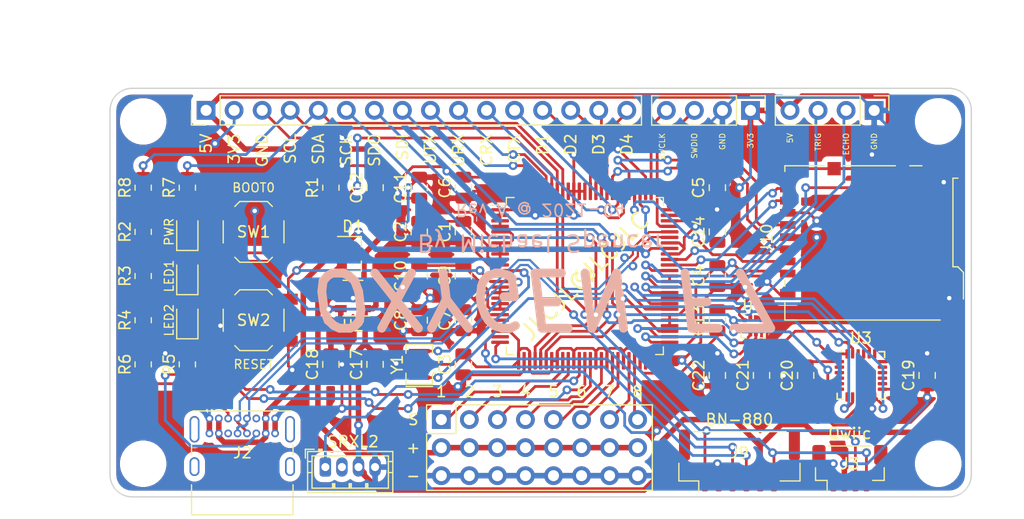
<source format=kicad_pcb>
(kicad_pcb (version 20171130) (host pcbnew "(5.1.9-0-10_14)")
  (layers (0 F.Cu signal) (31 B.Cu signal) (34 B.Paste user) (35 F.Paste user) (36 B.SilkS user) (37 F.SilkS user) (38 B.Mask user) (39 F.Mask user) (44 Edge.Cuts user))
  (net 0 "")
  (net 1 GND)
  (net 2 +3V3)
  (net 3 RESET)
  (net 4 VCAP_1)
  (net 5 VCAP_2)
  (net 6 RCC_OSC_IN)
  (net 7 RCC_OSC_OUT)
  (net 8 +5V)
  (net 9 VBUS)
  (net 10 +5V_BEC)
  (net 11 "Net-(D2-Pad1)")
  (net 12 "Net-(D3-Pad1)")
  (net 13 "Net-(D4-Pad1)")
  (net 14 SWDIO)
  (net 15 "Net-(J2-PadS1)")
  (net 16 USB_D+)
  (net 17 /J2_CC2)
  (net 18 USB_D-)
  (net 19 /J2_CC1)
  (net 20 I2C1_SCL)
  (net 21 I2C1_SDA)
  (net 22 TIM3_CH3_SERVO1)
  (net 23 GPIO_4)
  (net 24 GPIO_3)
  (net 25 GPIO_2)
  (net 26 GPIO_1)
  (net 27 CAN1_TX)
  (net 28 CAN1_RX)
  (net 29 SPI1_MOSI)
  (net 30 SPI1_MISO)
  (net 31 SPI1_SCLK)
  (net 32 TIM3_CH4_SERVO2)
  (net 33 TIM1_CH1_SERVO3)
  (net 34 ULTRA_TRIG)
  (net 35 ULTRA_ECHO)
  (net 36 TIM1_CH2_SERVO4)
  (net 37 TIM1_CH3_SERVO5)
  (net 38 TIM1_CH4_SERVO6)
  (net 39 TIM2_CH3_SERVO7)
  (net 40 TIM2_CH4_SERVO8)
  (net 41 SDMMC1_DETECT)
  (net 42 SDMMC1_D1)
  (net 43 SDMMC1_D0)
  (net 44 SDMMC1_CK)
  (net 45 SDMMC1_CMD)
  (net 46 SDMMC1_D3)
  (net 47 SDMMC1_D2)
  (net 48 BOOT0)
  (net 49 BMP_INT)
  (net 50 BMP_CS)
  (net 51 MPU_INT)
  (net 52 MPU_CS)
  (net 53 SWCLK)
  (net 54 USART1_TX)
  (net 55 USART2_RX)
  (net 56 USART2_TX)
  (net 57 "/Sensors & Outputs/REGOUT")
  (net 58 "/Sensors & Outputs/CPOUT")
  (net 59 LED1)
  (net 60 LED2)
  (net 61 UART5_RX)
  (net 62 UART5_TX)
  (module Connector_USB:USB_C_Receptacle_GCT_USB4085 (layer F.Cu) (at 170 111.9)
    (fp_text reference J2 (at 3 3.1) (layer F.SilkS))
    (fp_text value USB_C_2.0)
    (pad S1 thru_hole oval (at 7.3 4.36) (size 0.9 1.7) (drill oval 0.6 1.4) (layers *.Cu *.Mask) (net 15 "Net-(J2-PadS1)"))
    (pad S1 thru_hole oval (at -1.35 4.36) (size 0.9 1.7) (drill oval 0.6 1.4) (layers *.Cu *.Mask) (net 15 "Net-(J2-PadS1)"))
    (pad S1 thru_hole oval (at 7.3 0.98) (size 0.9 2.4) (drill oval 0.6 2.1) (layers *.Cu *.Mask) (net 15 "Net-(J2-PadS1)"))
    (pad S1 thru_hole oval (at -1.35 0.98) (size 0.9 2.4) (drill oval 0.6 2.1) (layers *.Cu *.Mask) (net 15 "Net-(J2-PadS1)"))
    (pad B6 thru_hole circle (at 3.4 1.35) (size 0.7 0.7) (drill 0.4) (layers *.Cu *.Mask) (net 16 USB_D+))
    (pad B1 thru_hole circle (at 5.95 1.35) (size 0.7 0.7) (drill 0.4) (layers *.Cu *.Mask) (net 1 GND))
    (pad B4 thru_hole circle (at 5.1 1.35) (size 0.7 0.7) (drill 0.4) (layers *.Cu *.Mask) (net 9 VBUS))
    (pad B5 thru_hole circle (at 4.25 1.35) (size 0.7 0.7) (drill 0.4) (layers *.Cu *.Mask) (net 17 /J2_CC2))
    (pad B12 thru_hole circle (at 0 1.35) (size 0.7 0.7) (drill 0.4) (layers *.Cu *.Mask) (net 1 GND))
    (pad B8 thru_hole circle (at 1.7 1.35) (size 0.7 0.7) (drill 0.4) (layers *.Cu *.Mask))
    (pad B7 thru_hole circle (at 2.55 1.35) (size 0.7 0.7) (drill 0.4) (layers *.Cu *.Mask) (net 18 USB_D-))
    (pad B9 thru_hole circle (at 0.85 1.35) (size 0.7 0.7) (drill 0.4) (layers *.Cu *.Mask) (net 9 VBUS))
    (pad A12 thru_hole circle (at 5.95 0) (size 0.7 0.7) (drill 0.4) (layers *.Cu *.Mask) (net 1 GND))
    (pad A9 thru_hole circle (at 5.1 0) (size 0.7 0.7) (drill 0.4) (layers *.Cu *.Mask) (net 9 VBUS))
    (pad A8 thru_hole circle (at 4.25 0) (size 0.7 0.7) (drill 0.4) (layers *.Cu *.Mask))
    (pad A7 thru_hole circle (at 3.4 0) (size 0.7 0.7) (drill 0.4) (layers *.Cu *.Mask) (net 18 USB_D-))
    (pad A6 thru_hole circle (at 2.55 0) (size 0.7 0.7) (drill 0.4) (layers *.Cu *.Mask) (net 16 USB_D+))
    (pad A5 thru_hole circle (at 1.7 0) (size 0.7 0.7) (drill 0.4) (layers *.Cu *.Mask) (net 19 /J2_CC1))
    (pad A4 thru_hole circle (at 0.85 0) (size 0.7 0.7) (drill 0.4) (layers *.Cu *.Mask) (net 9 VBUS))
    (pad A1 thru_hole circle (at 0 0) (size 0.7 0.7) (drill 0.4) (layers *.Cu *.Mask) (net 1 GND))
  )
  (module Resistor_SMD:R_0805_2012Metric (layer F.Cu) (at 164 91 90)
    (fp_text reference R8 (at 0 -1.65 90) (layer F.SilkS))
    (fp_text value 4.7k)
    (pad 2 smd roundrect (at 0.9125 0 90) (size 1.025 1.4) (layers F.Cu F.Paste F.Mask) (roundrect_rratio 0.2439014634146341) (net 20 I2C1_SCL))
    (pad 1 smd roundrect (at -0.9125 0 90) (size 1.025 1.4) (layers F.Cu F.Paste F.Mask) (roundrect_rratio 0.2439014634146341) (net 2 +3V3))
  )
  (module Resistor_SMD:R_0805_2012Metric (layer F.Cu) (at 168 91 90)
    (fp_text reference R7 (at 0 -1.65 90) (layer F.SilkS))
    (fp_text value 4.7k)
    (pad 2 smd roundrect (at 0.9125 0 90) (size 1.025 1.4) (layers F.Cu F.Paste F.Mask) (roundrect_rratio 0.2439014634146341) (net 21 I2C1_SDA))
    (pad 1 smd roundrect (at -0.9125 0 90) (size 1.025 1.4) (layers F.Cu F.Paste F.Mask) (roundrect_rratio 0.2439014634146341) (net 2 +3V3))
  )
  (module Connector_JST:JST_GH_BM06B-GHS-TBT_1x06-1MP_P1.25mm_Vertical (layer F.Cu) (at 218 115.7)
    (fp_text reference J9 (at 0 -0.7) (layer F.SilkS))
    (fp_text value "JST GH-6")
    (pad MP smd roundrect (at 4.975 -1.4) (size 1 2.8) (layers F.Cu F.Paste F.Mask))
    (pad MP smd roundrect (at -4.975 -1.4) (size 1 2.8) (layers F.Cu F.Paste F.Mask))
    (pad 6 smd roundrect (at 3.125 1.95) (size 0.6 1.7) (layers F.Cu F.Paste F.Mask) (net 20 I2C1_SCL))
    (pad 5 smd roundrect (at 1.875 1.95) (size 0.6 1.7) (layers F.Cu F.Paste F.Mask) (net 8 +5V))
    (pad 4 smd roundrect (at 0.625 1.95) (size 0.6 1.7) (layers F.Cu F.Paste F.Mask) (net 56 USART2_TX))
    (pad 3 smd roundrect (at -0.625 1.95) (size 0.6 1.7) (layers F.Cu F.Paste F.Mask) (net 55 USART2_RX))
    (pad 2 smd roundrect (at -1.875 1.95) (size 0.6 1.7) (layers F.Cu F.Paste F.Mask) (net 1 GND))
    (pad 1 smd roundrect (at -3.125 1.95) (size 0.6 1.7) (layers F.Cu F.Paste F.Mask) (net 21 I2C1_SDA))
  )
  (module Sonrise:JST_ZH_B4B-ZR_1x04_P1.50mm_Vertical (layer F.Cu) (at 180.5 116.3)
    (fp_text reference J4 hide)
    (fp_text value "JST ZH-4")
    (pad 1 thru_hole roundrect (at 0 0) (size 1.03 1.73) (drill 0.73) (layers *.Cu *.Mask) (roundrect_rratio 0.2427174757281553) (net 54 USART1_TX))
    (pad 2 thru_hole oval (at 1.5 0) (size 1.03 1.73) (drill 0.73) (layers *.Cu *.Mask))
    (pad 3 thru_hole oval (at 3 0) (size 1.03 1.73) (drill 0.73) (layers *.Cu *.Mask) (net 8 +5V))
    (pad 4 thru_hole oval (at 4.5 0) (size 1.03 1.73) (drill 0.73) (layers *.Cu *.Mask) (net 1 GND))
  )
  (module Connector_JST:JST_SH_BM04B-SRSS-TB_1x04-1MP_P1.00mm_Vertical (layer F.Cu) (at 228 116.4)
    (fp_text reference J3 (at 0 -0.4) (layer F.SilkS))
    (fp_text value "JST SH-4")
    (pad MP smd roundrect (at 2.8 -1.2) (size 1.2 1.8) (layers F.Cu F.Paste F.Mask) (roundrect_rratio 0.2083325))
    (pad MP smd roundrect (at -2.8 -1.2) (size 1.2 1.8) (layers F.Cu F.Paste F.Mask) (roundrect_rratio 0.2083325))
    (pad 4 smd roundrect (at 1.5 1.325) (size 0.6 1.55) (layers F.Cu F.Paste F.Mask) (net 20 I2C1_SCL))
    (pad 3 smd roundrect (at 0.5 1.325) (size 0.6 1.55) (layers F.Cu F.Paste F.Mask) (net 21 I2C1_SDA))
    (pad 2 smd roundrect (at -0.5 1.325) (size 0.6 1.55) (layers F.Cu F.Paste F.Mask) (net 2 +3V3))
    (pad 1 smd roundrect (at -1.5 1.325) (size 0.6 1.55) (layers F.Cu F.Paste F.Mask) (net 1 GND))
  )
  (module Button_Switch_SMD:SW_SPST_TL3342 (layer F.Cu) (at 174 103)
    (fp_text reference SW2 (at 0 0) (layer F.SilkS))
    (fp_text value SW_Push)
    (pad 2 smd rect (at 3.15 1.9) (size 1.7 1) (layers F.Cu F.Paste F.Mask) (net 1 GND))
    (pad 2 smd rect (at -3.15 1.9) (size 1.7 1) (layers F.Cu F.Paste F.Mask) (net 1 GND))
    (pad 1 smd rect (at 3.15 -1.9) (size 1.7 1) (layers F.Cu F.Paste F.Mask) (net 3 RESET))
    (pad 1 smd rect (at -3.15 -1.9) (size 1.7 1) (layers F.Cu F.Paste F.Mask) (net 3 RESET))
  )
  (module Button_Switch_SMD:SW_SPST_TL3342 (layer F.Cu) (at 174 95)
    (fp_text reference SW1 (at 0 0) (layer F.SilkS))
    (fp_text value SW_Push)
    (pad 2 smd rect (at 3.15 1.9) (size 1.7 1) (layers F.Cu F.Paste F.Mask) (net 48 BOOT0))
    (pad 2 smd rect (at -3.15 1.9) (size 1.7 1) (layers F.Cu F.Paste F.Mask) (net 48 BOOT0))
    (pad 1 smd rect (at 3.15 -1.9) (size 1.7 1) (layers F.Cu F.Paste F.Mask) (net 2 +3V3))
    (pad 1 smd rect (at -3.15 -1.9) (size 1.7 1) (layers F.Cu F.Paste F.Mask) (net 2 +3V3))
  )
  (module Crystal:Resonator_SMD_muRata_CSTxExxV-3Pin_3.0x1.1mm (layer F.Cu) (at 189 107 90)
    (fp_text reference Y1 (at 0 -2 270) (layer F.SilkS))
    (fp_text value 8Mhz)
    (pad 3 smd rect (at 1.2 0 90) (size 0.4 1.9) (layers F.Cu F.Paste F.Mask) (net 7 RCC_OSC_OUT))
    (pad 2 smd rect (at 0 0 90) (size 0.4 1.9) (layers F.Cu F.Paste F.Mask) (net 1 GND))
    (pad 1 smd rect (at -1.2 0 90) (size 0.4 1.9) (layers F.Cu F.Paste F.Mask) (net 6 RCC_OSC_IN))
  )
  (module Resistor_SMD:R_0805_2012Metric (layer F.Cu) (at 164 107 90)
    (fp_text reference R6 (at 0 -1.65 90) (layer F.SilkS))
    (fp_text value 5.1k)
    (pad 2 smd roundrect (at 0.9125 0 90) (size 1.025 1.4) (layers F.Cu F.Paste F.Mask) (roundrect_rratio 0.2439014634146341) (net 1 GND))
    (pad 1 smd roundrect (at -0.9125 0 90) (size 1.025 1.4) (layers F.Cu F.Paste F.Mask) (roundrect_rratio 0.2439014634146341) (net 19 /J2_CC1))
  )
  (module Resistor_SMD:R_0805_2012Metric (layer F.Cu) (at 168 107 90)
    (fp_text reference R5 (at 0 -1.65 270) (layer F.SilkS))
    (fp_text value 5.1k)
    (pad 2 smd roundrect (at 0.9125 0 90) (size 1.025 1.4) (layers F.Cu F.Paste F.Mask) (roundrect_rratio 0.2439014634146341) (net 1 GND))
    (pad 1 smd roundrect (at -0.9125 0 90) (size 1.025 1.4) (layers F.Cu F.Paste F.Mask) (roundrect_rratio 0.2439014634146341) (net 17 /J2_CC2))
  )
  (module Resistor_SMD:R_0805_2012Metric (layer F.Cu) (at 164 103 90)
    (fp_text reference R4 (at 0 -1.65 90) (layer F.SilkS))
    (fp_text value 5.1)
    (pad 1 smd roundrect (at -0.9125 0 90) (size 1.025 1.4) (layers F.Cu F.Paste F.Mask) (roundrect_rratio 0.2439014634146341) (net 13 "Net-(D4-Pad1)"))
    (pad 2 smd roundrect (at 0.9125 0 90) (size 1.025 1.4) (layers F.Cu F.Paste F.Mask) (roundrect_rratio 0.2439014634146341) (net 1 GND))
  )
  (module Resistor_SMD:R_0805_2012Metric (layer F.Cu) (at 164 99 90)
    (fp_text reference R3 (at 0 -1.65 90) (layer F.SilkS))
    (fp_text value 64.9)
    (pad 2 smd roundrect (at 0.9125 0 90) (size 1.025 1.4) (layers F.Cu F.Paste F.Mask) (roundrect_rratio 0.2439014634146341) (net 1 GND))
    (pad 1 smd roundrect (at -0.9125 0 90) (size 1.025 1.4) (layers F.Cu F.Paste F.Mask) (roundrect_rratio 0.2439014634146341) (net 12 "Net-(D3-Pad1)"))
  )
  (module Resistor_SMD:R_0805_2012Metric (layer F.Cu) (at 164 95 90)
    (fp_text reference R2 (at 0 -1.65 90) (layer F.SilkS))
    (fp_text value 5.1)
    (pad 2 smd roundrect (at 0.9125 0 90) (size 1.025 1.4) (layers F.Cu F.Paste F.Mask) (roundrect_rratio 0.2439014634146341) (net 1 GND))
    (pad 1 smd roundrect (at -0.9125 0 90) (size 1.025 1.4) (layers F.Cu F.Paste F.Mask) (roundrect_rratio 0.2439014634146341) (net 11 "Net-(D2-Pad1)"))
  )
  (module Resistor_SMD:R_0805_2012Metric (layer F.Cu) (at 181 91 270)
    (fp_text reference R1 (at 0 1.68 90) (layer F.SilkS))
    (fp_text value 10k)
    (pad 2 smd roundrect (at 0.9125 0 270) (size 1.025 1.4) (layers F.Cu F.Paste F.Mask) (roundrect_rratio 0.2439014634146341) (net 48 BOOT0))
    (pad 1 smd roundrect (at -0.9125 0 270) (size 1.025 1.4) (layers F.Cu F.Paste F.Mask) (roundrect_rratio 0.2439014634146341) (net 1 GND))
  )
  (module LED_SMD:LED_0805_2012Metric (layer F.Cu) (at 168 103 90)
    (fp_text reference D4 hide)
    (fp_text value BLUE)
    (pad 2 smd roundrect (at 0.9375 0 90) (size 0.975 1.4) (layers F.Cu F.Paste F.Mask) (net 60 LED2))
    (pad 1 smd roundrect (at -0.9375 0 90) (size 0.975 1.4) (layers F.Cu F.Paste F.Mask) (net 13 "Net-(D4-Pad1)"))
  )
  (module LED_SMD:LED_0805_2012Metric (layer F.Cu) (at 168 99 90)
    (fp_text reference D3 hide)
    (fp_text value RED)
    (pad 2 smd roundrect (at 0.9375 0 90) (size 0.975 1.4) (layers F.Cu F.Paste F.Mask) (net 59 LED1))
    (pad 1 smd roundrect (at -0.9375 0 90) (size 0.975 1.4) (layers F.Cu F.Paste F.Mask) (net 12 "Net-(D3-Pad1)"))
  )
  (module LED_SMD:LED_0805_2012Metric (layer F.Cu) (at 168 95 90)
    (fp_text reference D2 hide)
    (fp_text value GREEN)
    (pad 2 smd roundrect (at 0.9375 0 90) (size 0.975 1.4) (layers F.Cu F.Paste F.Mask) (net 2 +3V3))
    (pad 1 smd roundrect (at -0.9375 0 90) (size 0.975 1.4) (layers F.Cu F.Paste F.Mask) (net 11 "Net-(D2-Pad1)"))
  )
  (module Capacitor_SMD:C_0805_2012Metric (layer F.Cu) (at 216 108 90)
    (fp_text reference C22 (at 0 -1.68 90) (layer F.SilkS))
    (fp_text value 0.1u)
    (pad 2 smd roundrect (at 0.95 0 90) (size 1 1.45) (layers F.Cu F.Paste F.Mask) (net 1 GND))
    (pad 1 smd roundrect (at -0.95 0 90) (size 1 1.45) (layers F.Cu F.Paste F.Mask) (net 2 +3V3))
  )
  (module Capacitor_SMD:C_0805_2012Metric (layer F.Cu) (at 220 108 270)
    (fp_text reference C21 (at 0 1.68 90) (layer F.SilkS))
    (fp_text value 2.2n)
    (pad 2 smd roundrect (at 0.95 0 270) (size 1 1.45) (layers F.Cu F.Paste F.Mask) (net 1 GND))
    (pad 1 smd roundrect (at -0.95 0 270) (size 1 1.45) (layers F.Cu F.Paste F.Mask) (net 58 "/Sensors & Outputs/CPOUT"))
  )
  (module Capacitor_SMD:C_0805_2012Metric (layer F.Cu) (at 224 108 90)
    (fp_text reference C20 (at 0 -1.68 90) (layer F.SilkS))
    (fp_text value 0.1u)
    (pad 2 smd roundrect (at 0.95 0 90) (size 1 1.45) (layers F.Cu F.Paste F.Mask) (net 1 GND))
    (pad 1 smd roundrect (at -0.95 0 90) (size 1 1.45) (layers F.Cu F.Paste F.Mask) (net 57 "/Sensors & Outputs/REGOUT"))
  )
  (module Capacitor_SMD:C_0805_2012Metric (layer F.Cu) (at 235 108 90)
    (fp_text reference C19 (at 0 -1.68 90) (layer F.SilkS))
    (fp_text value 0.1u)
    (pad 2 smd roundrect (at 0.95 0 90) (size 1 1.45) (layers F.Cu F.Paste F.Mask) (net 1 GND))
    (pad 1 smd roundrect (at -0.95 0 90) (size 1 1.45) (layers F.Cu F.Paste F.Mask) (net 2 +3V3))
  )
  (module Capacitor_SMD:C_0805_2012Metric (layer F.Cu) (at 181 107 270)
    (fp_text reference C18 (at 0 1.68 90) (layer F.SilkS))
    (fp_text value 1u)
    (pad 2 smd roundrect (at 0.95 0 270) (size 1 1.45) (layers F.Cu F.Paste F.Mask) (net 1 GND))
    (pad 1 smd roundrect (at -0.95 0 270) (size 1 1.45) (layers F.Cu F.Paste F.Mask) (net 2 +3V3))
  )
  (module Capacitor_SMD:C_0805_2012Metric (layer F.Cu) (at 185 107 270)
    (fp_text reference C17 (at 0 1.68 90) (layer F.SilkS))
    (fp_text value 1u)
    (pad 2 smd roundrect (at 0.95 0 270) (size 1 1.45) (layers F.Cu F.Paste F.Mask) (net 1 GND))
    (pad 1 smd roundrect (at -0.95 0 270) (size 1 1.45) (layers F.Cu F.Paste F.Mask) (net 8 +5V))
  )
  (module Capacitor_SMD:C_0805_2012Metric (layer F.Cu) (at 216 95 90)
    (fp_text reference C14 (at 0 -1.68 90) (layer F.SilkS))
    (fp_text value 2.2u)
    (pad 2 smd roundrect (at 0.95 0 90) (size 1 1.45) (layers F.Cu F.Paste F.Mask) (net 1 GND))
    (pad 1 smd roundrect (at -0.95 0 90) (size 1 1.45) (layers F.Cu F.Paste F.Mask) (net 5 VCAP_2))
  )
  (module Capacitor_SMD:C_0805_2012Metric (layer F.Cu) (at 216 103 270)
    (fp_text reference C13 (at 0 1.68 90) (layer F.SilkS))
    (fp_text value 2.2u)
    (pad 2 smd roundrect (at 0.95 0 270) (size 1 1.45) (layers F.Cu F.Paste F.Mask) (net 4 VCAP_1))
    (pad 1 smd roundrect (at -0.95 0 270) (size 1 1.45) (layers F.Cu F.Paste F.Mask) (net 1 GND))
  )
  (module Capacitor_SMD:C_0805_2012Metric (layer F.Cu) (at 185 91 90)
    (fp_text reference C12 (at 0 -1.68 270) (layer F.SilkS))
    (fp_text value 0.1u)
    (pad 2 smd roundrect (at 0.95 0 90) (size 1 1.45) (layers F.Cu F.Paste F.Mask) (net 1 GND))
    (pad 1 smd roundrect (at -0.95 0 90) (size 1 1.45) (layers F.Cu F.Paste F.Mask) (net 3 RESET))
  )
  (module Capacitor_SMD:C_0805_2012Metric (layer F.Cu) (at 189 91 270)
    (fp_text reference C11 (at 0 1.7 90) (layer F.SilkS))
    (fp_text value 0.1u)
    (pad 2 smd roundrect (at 0.95 0 270) (size 1 1.45) (layers F.Cu F.Paste F.Mask) (net 1 GND))
    (pad 1 smd roundrect (at -0.95 0 270) (size 1 1.45) (layers F.Cu F.Paste F.Mask) (net 2 +3V3))
  )
  (module Capacitor_SMD:C_0805_2012Metric (layer F.Cu) (at 189 99 90)
    (fp_text reference C10 (at 0 -1.68 90) (layer F.SilkS))
    (fp_text value 0.1u)
    (pad 2 smd roundrect (at 0.95 0 90) (size 1 1.45) (layers F.Cu F.Paste F.Mask) (net 1 GND))
    (pad 1 smd roundrect (at -0.95 0 90) (size 1 1.45) (layers F.Cu F.Paste F.Mask) (net 2 +3V3))
  )
  (module Capacitor_SMD:C_0805_2012Metric (layer F.Cu) (at 193 99 90)
    (fp_text reference C9 (at 0 -1.68 90) (layer F.SilkS))
    (fp_text value 1u)
    (pad 2 smd roundrect (at 0.95 0 90) (size 1 1.45) (layers F.Cu F.Paste F.Mask) (net 1 GND))
    (pad 1 smd roundrect (at -0.95 0 90) (size 1 1.45) (layers F.Cu F.Paste F.Mask) (net 2 +3V3))
  )
  (module Capacitor_SMD:C_0805_2012Metric (layer F.Cu) (at 189 103 90)
    (fp_text reference C8 (at 0 -1.68 90) (layer F.SilkS))
    (fp_text value 0.1u)
    (pad 2 smd roundrect (at 0.95 0 90) (size 1 1.45) (layers F.Cu F.Paste F.Mask) (net 1 GND))
    (pad 1 smd roundrect (at -0.95 0 90) (size 1 1.45) (layers F.Cu F.Paste F.Mask) (net 2 +3V3))
  )
  (module Capacitor_SMD:C_0805_2012Metric (layer F.Cu) (at 193 103 90)
    (fp_text reference C7 (at 0 -1.68 90) (layer F.SilkS))
    (fp_text value 1u)
    (pad 2 smd roundrect (at 0.95 0 90) (size 1 1.45) (layers F.Cu F.Paste F.Mask) (net 1 GND))
    (pad 1 smd roundrect (at -0.95 0 90) (size 1 1.45) (layers F.Cu F.Paste F.Mask) (net 2 +3V3))
  )
  (module Capacitor_SMD:C_0805_2012Metric (layer F.Cu) (at 193 91 90)
    (fp_text reference C6 (at 0 -1.68 90) (layer F.SilkS))
    (fp_text value 0.1u)
    (pad 2 smd roundrect (at 0.95 0 90) (size 1 1.45) (layers F.Cu F.Paste F.Mask) (net 1 GND))
    (pad 1 smd roundrect (at -0.95 0 90) (size 1 1.45) (layers F.Cu F.Paste F.Mask) (net 2 +3V3))
  )
  (module Capacitor_SMD:C_0805_2012Metric (layer F.Cu) (at 216 91 270)
    (fp_text reference C5 (at 0 1.7 90) (layer F.SilkS))
    (fp_text value 0.1u)
    (pad 2 smd roundrect (at 0.95 0 270) (size 1 1.45) (layers F.Cu F.Paste F.Mask) (net 1 GND))
    (pad 1 smd roundrect (at -0.95 0 270) (size 1 1.45) (layers F.Cu F.Paste F.Mask) (net 2 +3V3))
  )
  (module Capacitor_SMD:C_0805_2012Metric (layer F.Cu) (at 216 99 90)
    (fp_text reference C4 (at 0 -1.68 90) (layer F.SilkS))
    (fp_text value 0.1u)
    (pad 2 smd roundrect (at 0.95 0 90) (size 1 1.45) (layers F.Cu F.Paste F.Mask) (net 1 GND))
    (pad 1 smd roundrect (at -0.95 0 90) (size 1 1.45) (layers F.Cu F.Paste F.Mask) (net 2 +3V3))
  )
  (module Capacitor_SMD:C_0805_2012Metric (layer F.Cu) (at 193 107 90)
    (fp_text reference C3 (at 0 -1.68 90) (layer F.SilkS))
    (fp_text value 0.1u)
    (pad 2 smd roundrect (at 0.95 0 90) (size 1 1.45) (layers F.Cu F.Paste F.Mask) (net 1 GND))
    (pad 1 smd roundrect (at -0.95 0 90) (size 1 1.45) (layers F.Cu F.Paste F.Mask) (net 2 +3V3))
  )
  (module Capacitor_SMD:C_0805_2012Metric (layer F.Cu) (at 189 95 90)
    (fp_text reference C2 (at 0 -1.68 90) (layer F.SilkS))
    (fp_text value 0.1u)
    (pad 2 smd roundrect (at 0.95 0 90) (size 1 1.45) (layers F.Cu F.Paste F.Mask) (net 1 GND))
    (pad 1 smd roundrect (at -0.95 0 90) (size 1 1.45) (layers F.Cu F.Paste F.Mask) (net 2 +3V3))
  )
  (module Capacitor_SMD:C_0805_2012Metric (layer F.Cu) (at 193 95 90)
    (fp_text reference C1 (at 0 -1.68 90) (layer F.SilkS))
    (fp_text value 4.7u)
    (pad 2 smd roundrect (at 0.95 0 90) (size 1 1.45) (layers F.Cu F.Paste F.Mask) (net 1 GND))
    (pad 1 smd roundrect (at -0.95 0 90) (size 1 1.45) (layers F.Cu F.Paste F.Mask) (net 2 +3V3))
  )
  (module Sonrise:PinHeader_08x03_P2.54mm_Vertical (layer F.Cu) (at 191 112)
    (fp_text reference J5 hide)
    (fp_text value Conn_03x08)
    (pad 8c thru_hole oval (at 17.78 5.08) (size 1.7 1.7) (drill 1) (layers *.Cu *.Mask) (net 1 GND))
    (pad 8b thru_hole oval (at 17.78 2.54) (size 1.7 1.7) (drill 1) (layers *.Cu *.Mask) (net 10 +5V_BEC))
    (pad 8a thru_hole oval (at 17.78 0) (size 1.7 1.7) (drill 1) (layers *.Cu *.Mask) (net 40 TIM2_CH4_SERVO8))
    (pad 7c thru_hole oval (at 15.24 5.08) (size 1.7 1.7) (drill 1) (layers *.Cu *.Mask) (net 1 GND))
    (pad 7b thru_hole oval (at 15.24 2.54) (size 1.7 1.7) (drill 1) (layers *.Cu *.Mask) (net 10 +5V_BEC))
    (pad 7a thru_hole oval (at 15.24 0) (size 1.7 1.7) (drill 1) (layers *.Cu *.Mask) (net 39 TIM2_CH3_SERVO7))
    (pad 6c thru_hole oval (at 12.7 5.08) (size 1.7 1.7) (drill 1) (layers *.Cu *.Mask) (net 1 GND))
    (pad 6b thru_hole oval (at 12.7 2.54) (size 1.7 1.7) (drill 1) (layers *.Cu *.Mask) (net 10 +5V_BEC))
    (pad 6a thru_hole oval (at 12.7 0) (size 1.7 1.7) (drill 1) (layers *.Cu *.Mask) (net 38 TIM1_CH4_SERVO6))
    (pad 5c thru_hole oval (at 10.16 5.08) (size 1.7 1.7) (drill 1) (layers *.Cu *.Mask) (net 1 GND))
    (pad 5b thru_hole oval (at 10.16 2.54) (size 1.7 1.7) (drill 1) (layers *.Cu *.Mask) (net 10 +5V_BEC))
    (pad 5a thru_hole oval (at 10.16 0) (size 1.7 1.7) (drill 1) (layers *.Cu *.Mask) (net 37 TIM1_CH3_SERVO5))
    (pad 4c thru_hole oval (at 7.62 5.08) (size 1.7 1.7) (drill 1) (layers *.Cu *.Mask) (net 1 GND))
    (pad 4b thru_hole oval (at 7.62 2.54) (size 1.7 1.7) (drill 1) (layers *.Cu *.Mask) (net 10 +5V_BEC))
    (pad 4a thru_hole oval (at 7.62 0) (size 1.7 1.7) (drill 1) (layers *.Cu *.Mask) (net 36 TIM1_CH2_SERVO4))
    (pad 3c thru_hole oval (at 5.08 5.08) (size 1.7 1.7) (drill 1) (layers *.Cu *.Mask) (net 1 GND))
    (pad 3b thru_hole oval (at 5.08 2.54) (size 1.7 1.7) (drill 1) (layers *.Cu *.Mask) (net 10 +5V_BEC))
    (pad 3a thru_hole oval (at 5.08 0) (size 1.7 1.7) (drill 1) (layers *.Cu *.Mask) (net 33 TIM1_CH1_SERVO3))
    (pad 2c thru_hole oval (at 2.54 5.08) (size 1.7 1.7) (drill 1) (layers *.Cu *.Mask) (net 1 GND))
    (pad 2b thru_hole oval (at 2.54 2.54) (size 1.7 1.7) (drill 1) (layers *.Cu *.Mask) (net 10 +5V_BEC))
    (pad 2a thru_hole oval (at 2.54 0) (size 1.7 1.7) (drill 1) (layers *.Cu *.Mask) (net 32 TIM3_CH4_SERVO2))
    (pad 1c thru_hole oval (at 0 5.08) (size 1.7 1.7) (drill 1) (layers *.Cu *.Mask) (net 1 GND))
    (pad 1b thru_hole oval (at 0 2.54) (size 1.7 1.7) (drill 1) (layers *.Cu *.Mask) (net 10 +5V_BEC))
    (pad 1a thru_hole rect (at 0 0) (size 1.7 1.7) (drill 1) (layers *.Cu *.Mask) (net 22 TIM3_CH3_SERVO1))
  )
  (module Connector_PinHeader_2.54mm:PinHeader_1x04_P2.54mm_Vertical (layer F.Cu) (at 230.2 84 270)
    (fp_text reference J7 hide)
    (fp_text value Conn_01x04)
    (pad 4 thru_hole oval (at 0 7.62 270) (size 1.7 1.7) (drill 1) (layers *.Cu *.Mask) (net 8 +5V))
    (pad 3 thru_hole oval (at 0 5.08 270) (size 1.7 1.7) (drill 1) (layers *.Cu *.Mask) (net 34 ULTRA_TRIG))
    (pad 2 thru_hole oval (at 0 2.54 270) (size 1.7 1.7) (drill 1) (layers *.Cu *.Mask) (net 35 ULTRA_ECHO))
    (pad 1 thru_hole rect (at 0 0 270) (size 1.7 1.7) (drill 1) (layers *.Cu *.Mask) (net 1 GND))
  )
  (module Connector_PinHeader_2.54mm:PinHeader_1x04_P2.54mm_Vertical (layer F.Cu) (at 219 84 270)
    (fp_text reference J1 hide)
    (fp_text value Conn_01x04)
    (pad 4 thru_hole oval (at 0 7.62 270) (size 1.7 1.7) (drill 1) (layers *.Cu *.Mask) (net 53 SWCLK))
    (pad 3 thru_hole oval (at 0 5.08 270) (size 1.7 1.7) (drill 1) (layers *.Cu *.Mask) (net 14 SWDIO))
    (pad 2 thru_hole oval (at 0 2.54 270) (size 1.7 1.7) (drill 1) (layers *.Cu *.Mask) (net 1 GND))
    (pad 1 thru_hole rect (at 0 0 270) (size 1.7 1.7) (drill 1) (layers *.Cu *.Mask) (net 2 +3V3))
  )
  (module MountingHole:MountingHole_3.2mm_M3 (layer F.Cu) (at 236 116)
    (fp_text reference H4 hide)
    (fp_text value MountingHole)
    (pad 1 np_thru_hole circle (at 0 0) (size 3.2 3.2) (drill 3.2) (layers *.Cu *.Mask))
  )
  (module MountingHole:MountingHole_3.2mm_M3 (layer F.Cu) (at 164 116)
    (fp_text reference H3 hide)
    (fp_text value MountingHole)
    (pad 1 np_thru_hole circle (at 0 0) (size 3.2 3.2) (drill 3.2) (layers *.Cu *.Mask))
  )
  (module MountingHole:MountingHole_3.2mm_M3 (layer F.Cu) (at 236 85)
    (fp_text reference H2 hide)
    (fp_text value MountingHole)
    (pad 1 np_thru_hole circle (at 0 0) (size 3.2 3.2) (drill 3.2) (layers *.Cu *.Mask))
  )
  (module MountingHole:MountingHole_3.2mm_M3 (layer F.Cu) (at 164 85)
    (fp_text reference H1 hide)
    (fp_text value MountingHole)
    (pad 1 np_thru_hole circle (at 0 0) (size 3.2 3.2) (drill 3.2) (layers *.Cu *.Mask))
  )
  (module Connector_Card:microSD_HC_Hirose_DM3BT-DSF-PEJS (layer F.Cu) (at 230 96 90)
    (fp_text reference J10 (at 0.425 -9.525 90) (layer F.SilkS))
    (fp_text value Micro_SD_Card_Det)
    (pad 11 smd rect (at -5.825 7.825 135) (size 0.2 0.2) (layers F.Cu F.Paste F.Mask) (net 1 GND))
    (pad 10 smd rect (at 6.725 2.775 90) (size 1.2 0.8) (layers F.Cu F.Paste F.Mask) (net 41 SDMMC1_DETECT))
    (pad 11 smd rect (at -5.575 8.075 90) (size 0.5 0.5) (layers F.Cu F.Paste F.Mask) (net 1 GND))
    (pad 8 smd rect (at 4.925 -7.625 90) (size 0.7 1.4) (layers F.Cu F.Paste F.Mask) (net 42 SDMMC1_D1))
    (pad 7 smd rect (at 3.825 -7.625 90) (size 0.7 1.4) (layers F.Cu F.Paste F.Mask) (net 43 SDMMC1_D0))
    (pad 6 smd rect (at 2.725 -7.625 90) (size 0.7 1.4) (layers F.Cu F.Paste F.Mask) (net 1 GND))
    (pad 5 smd rect (at 1.625 -7.625 90) (size 0.7 1.4) (layers F.Cu F.Paste F.Mask) (net 44 SDMMC1_CK))
    (pad 4 smd rect (at 0.525 -7.625 90) (size 0.7 1.4) (layers F.Cu F.Paste F.Mask) (net 2 +3V3))
    (pad 3 smd rect (at -0.575 -7.625 90) (size 0.7 1.4) (layers F.Cu F.Paste F.Mask) (net 45 SDMMC1_CMD))
    (pad 2 smd rect (at -1.675 -7.625 90) (size 0.7 1.4) (layers F.Cu F.Paste F.Mask) (net 46 SDMMC1_D3))
    (pad 9 smd rect (at 5.875 -7.725 90) (size 0.7 1.2) (layers F.Cu F.Paste F.Mask) (net 1 GND))
    (pad 11 smd rect (at 6.725 6.375 90) (size 1.2 3.2) (layers F.Cu F.Paste F.Mask) (net 1 GND))
    (pad 11 smd rect (at 6.725 -3.425 90) (size 1.2 1.2) (layers F.Cu F.Paste F.Mask) (net 1 GND))
    (pad 11 smd rect (at -4.675 -7.625 90) (size 1 1.4) (layers F.Cu F.Paste F.Mask) (net 1 GND))
    (pad 11 smd rect (at -6.575 7.375 90) (size 1.5 1.9) (layers F.Cu F.Paste F.Mask) (net 1 GND))
    (pad 1 smd rect (at -2.775 -7.625 90) (size 0.7 1.4) (layers F.Cu F.Paste F.Mask) (net 47 SDMMC1_D2))
  )
  (module Sonrise:LGA-10_2x2mm_P0.5mm (layer F.Cu) (at 219.2375 103.5)
    (fp_text reference U4 (at 0 -1.85) (layer F.SilkS))
    (fp_text value BMP388)
    (pad 2 smd rect (at -0.25 -0.7625 90) (size 0.375 0.35) (layers F.Cu F.Paste F.Mask) (net 31 SPI1_SCLK))
    (pad 1 smd rect (at 0.25 -0.7625 90) (size 0.375 0.35) (layers F.Cu F.Paste F.Mask) (net 2 +3V3))
    (pad 7 smd rect (at 0.25 0.7625 90) (size 0.375 0.35) (layers F.Cu F.Paste F.Mask) (net 49 BMP_INT))
    (pad 6 smd rect (at -0.25 0.7625 90) (size 0.375 0.35) (layers F.Cu F.Paste F.Mask) (net 50 BMP_CS))
    (pad 3 smd rect (at -0.7625 -0.5) (size 0.375 0.35) (layers F.Cu F.Paste F.Mask) (net 1 GND))
    (pad 8 smd rect (at 0.7625 0.5) (size 0.375 0.35) (layers F.Cu F.Paste F.Mask) (net 1 GND))
    (pad 9 smd rect (at 0.7625 0) (size 0.375 0.35) (layers F.Cu F.Paste F.Mask) (net 1 GND))
    (pad 10 smd rect (at 0.7625 -0.5) (size 0.375 0.35) (layers F.Cu F.Paste F.Mask) (net 2 +3V3))
    (pad 5 smd rect (at -0.7625 0.5) (size 0.375 0.35) (layers F.Cu F.Paste F.Mask) (net 30 SPI1_MISO))
    (pad 4 smd rect (at -0.7625 0) (size 0.375 0.35) (layers F.Cu F.Paste F.Mask) (net 29 SPI1_MOSI))
  )
  (module Sensor_Motion:InvenSense_QFN-24_4x4mm_P0.5mm (layer F.Cu) (at 229 108)
    (fp_text reference U3 (at 0 -3.375) (layer F.SilkS))
    (fp_text value MPU-6000)
    (pad 24 smd roundrect (at -1.25 -1.95 90) (size 0.85 0.3) (layers F.Cu F.Paste F.Mask) (net 29 SPI1_MOSI))
    (pad 23 smd roundrect (at -0.75 -1.95 90) (size 0.85 0.3) (layers F.Cu F.Paste F.Mask) (net 31 SPI1_SCLK))
    (pad 22 smd roundrect (at -0.25 -1.95 90) (size 0.85 0.3) (layers F.Cu F.Paste F.Mask))
    (pad 21 smd roundrect (at 0.25 -1.95 90) (size 0.85 0.3) (layers F.Cu F.Paste F.Mask))
    (pad 20 smd roundrect (at 0.75 -1.95 90) (size 0.85 0.3) (layers F.Cu F.Paste F.Mask) (net 58 "/Sensors & Outputs/CPOUT"))
    (pad 19 smd roundrect (at 1.25 -1.95 90) (size 0.85 0.3) (layers F.Cu F.Paste F.Mask))
    (pad 18 smd roundrect (at 1.95 -1.25) (size 0.85 0.3) (layers F.Cu F.Paste F.Mask) (net 1 GND))
    (pad 17 smd roundrect (at 1.95 -0.75) (size 0.85 0.3) (layers F.Cu F.Paste F.Mask))
    (pad 16 smd roundrect (at 1.95 -0.25) (size 0.85 0.3) (layers F.Cu F.Paste F.Mask))
    (pad 15 smd roundrect (at 1.95 0.25) (size 0.85 0.3) (layers F.Cu F.Paste F.Mask))
    (pad 14 smd roundrect (at 1.95 0.75) (size 0.85 0.3) (layers F.Cu F.Paste F.Mask))
    (pad 13 smd roundrect (at 1.95 1.25) (size 0.85 0.3) (layers F.Cu F.Paste F.Mask) (net 2 +3V3))
    (pad 12 smd roundrect (at 1.25 1.95 90) (size 0.85 0.3) (layers F.Cu F.Paste F.Mask) (net 51 MPU_INT))
    (pad 11 smd roundrect (at 0.75 1.95 90) (size 0.85 0.3) (layers F.Cu F.Paste F.Mask) (net 1 GND))
    (pad 10 smd roundrect (at 0.25 1.95 90) (size 0.85 0.3) (layers F.Cu F.Paste F.Mask) (net 57 "/Sensors & Outputs/REGOUT"))
    (pad 9 smd roundrect (at -0.25 1.95 90) (size 0.85 0.3) (layers F.Cu F.Paste F.Mask) (net 30 SPI1_MISO))
    (pad 8 smd roundrect (at -0.75 1.95 90) (size 0.85 0.3) (layers F.Cu F.Paste F.Mask) (net 52 MPU_CS))
    (pad 7 smd roundrect (at -1.25 1.95 90) (size 0.85 0.3) (layers F.Cu F.Paste F.Mask))
    (pad 6 smd roundrect (at -1.95 1.25) (size 0.85 0.3) (layers F.Cu F.Paste F.Mask))
    (pad 5 smd roundrect (at -1.95 0.75) (size 0.85 0.3) (layers F.Cu F.Paste F.Mask))
    (pad 4 smd roundrect (at -1.95 0.25) (size 0.85 0.3) (layers F.Cu F.Paste F.Mask))
    (pad 3 smd roundrect (at -1.95 -0.25) (size 0.85 0.3) (layers F.Cu F.Paste F.Mask))
    (pad 2 smd roundrect (at -1.95 -0.75) (size 0.85 0.3) (layers F.Cu F.Paste F.Mask))
    (pad 1 smd roundrect (at -1.95 -1.25) (size 0.85 0.3) (layers F.Cu F.Paste F.Mask) (net 1 GND))
  )
  (module Package_TO_SOT_SMD:SOT-23-5 (layer F.Cu) (at 183 101 180)
    (fp_text reference U2 (at 0 -2.5 180) (layer F.SilkS))
    (fp_text value AP2112K-3.3)
    (pad 5 smd rect (at 1.1 -0.95 180) (size 1.06 0.65) (layers F.Cu F.Paste F.Mask) (net 2 +3V3))
    (pad 4 smd rect (at 1.1 0.95 180) (size 1.06 0.65) (layers F.Cu F.Paste F.Mask))
    (pad 3 smd rect (at -1.1 0.95 180) (size 1.06 0.65) (layers F.Cu F.Paste F.Mask) (net 8 +5V))
    (pad 2 smd rect (at -1.1 0 180) (size 1.06 0.65) (layers F.Cu F.Paste F.Mask) (net 1 GND))
    (pad 1 smd rect (at -1.1 -0.95 180) (size 1.06 0.65) (layers F.Cu F.Paste F.Mask) (net 8 +5V))
  )
  (module Package_QFP:LQFP-100_14x14mm_P0.5mm (layer F.Cu) (at 204 99)
    (fp_text reference U1 (at 0 0) (layer F.SilkS))
    (fp_text value STM32F765VITx)
    (pad 100 smd roundrect (at -6 -7.675) (size 0.3 1.6) (layers F.Cu F.Paste F.Mask) (net 2 +3V3))
    (pad 99 smd roundrect (at -5.5 -7.675) (size 0.3 1.6) (layers F.Cu F.Paste F.Mask) (net 1 GND))
    (pad 98 smd roundrect (at -5 -7.675) (size 0.3 1.6) (layers F.Cu F.Paste F.Mask) (net 1 GND))
    (pad 97 smd roundrect (at -4.5 -7.675) (size 0.3 1.6) (layers F.Cu F.Paste F.Mask) (net 1 GND))
    (pad 96 smd roundrect (at -4 -7.675) (size 0.3 1.6) (layers F.Cu F.Paste F.Mask) (net 62 UART5_TX))
    (pad 95 smd roundrect (at -3.5 -7.675) (size 0.3 1.6) (layers F.Cu F.Paste F.Mask) (net 61 UART5_RX))
    (pad 94 smd roundrect (at -3 -7.675) (size 0.3 1.6) (layers F.Cu F.Paste F.Mask) (net 48 BOOT0))
    (pad 93 smd roundrect (at -2.5 -7.675) (size 0.3 1.6) (layers F.Cu F.Paste F.Mask) (net 20 I2C1_SCL))
    (pad 92 smd roundrect (at -2 -7.675) (size 0.3 1.6) (layers F.Cu F.Paste F.Mask) (net 21 I2C1_SDA))
    (pad 91 smd roundrect (at -1.5 -7.675) (size 0.3 1.6) (layers F.Cu F.Paste F.Mask) (net 1 GND))
    (pad 90 smd roundrect (at -1 -7.675) (size 0.3 1.6) (layers F.Cu F.Paste F.Mask) (net 1 GND))
    (pad 89 smd roundrect (at -0.5 -7.675) (size 0.3 1.6) (layers F.Cu F.Paste F.Mask) (net 1 GND))
    (pad 88 smd roundrect (at 0 -7.675) (size 0.3 1.6) (layers F.Cu F.Paste F.Mask) (net 1 GND))
    (pad 87 smd roundrect (at 0.5 -7.675) (size 0.3 1.6) (layers F.Cu F.Paste F.Mask) (net 26 GPIO_1))
    (pad 86 smd roundrect (at 1 -7.675) (size 0.3 1.6) (layers F.Cu F.Paste F.Mask) (net 25 GPIO_2))
    (pad 85 smd roundrect (at 1.5 -7.675) (size 0.3 1.6) (layers F.Cu F.Paste F.Mask) (net 24 GPIO_3))
    (pad 84 smd roundrect (at 2 -7.675) (size 0.3 1.6) (layers F.Cu F.Paste F.Mask) (net 23 GPIO_4))
    (pad 83 smd roundrect (at 2.5 -7.675) (size 0.3 1.6) (layers F.Cu F.Paste F.Mask) (net 45 SDMMC1_CMD))
    (pad 82 smd roundrect (at 3 -7.675) (size 0.3 1.6) (layers F.Cu F.Paste F.Mask) (net 27 CAN1_TX))
    (pad 81 smd roundrect (at 3.5 -7.675) (size 0.3 1.6) (layers F.Cu F.Paste F.Mask) (net 28 CAN1_RX))
    (pad 80 smd roundrect (at 4 -7.675) (size 0.3 1.6) (layers F.Cu F.Paste F.Mask) (net 44 SDMMC1_CK))
    (pad 79 smd roundrect (at 4.5 -7.675) (size 0.3 1.6) (layers F.Cu F.Paste F.Mask) (net 46 SDMMC1_D3))
    (pad 78 smd roundrect (at 5 -7.675) (size 0.3 1.6) (layers F.Cu F.Paste F.Mask) (net 47 SDMMC1_D2))
    (pad 77 smd roundrect (at 5.5 -7.675) (size 0.3 1.6) (layers F.Cu F.Paste F.Mask) (net 1 GND))
    (pad 76 smd roundrect (at 6 -7.675) (size 0.3 1.6) (layers F.Cu F.Paste F.Mask) (net 53 SWCLK))
    (pad 75 smd roundrect (at 7.675 -6) (size 1.6 0.3) (layers F.Cu F.Paste F.Mask) (net 2 +3V3))
    (pad 74 smd roundrect (at 7.675 -5.5) (size 1.6 0.3) (layers F.Cu F.Paste F.Mask) (net 1 GND))
    (pad 73 smd roundrect (at 7.675 -5) (size 1.6 0.3) (layers F.Cu F.Paste F.Mask) (net 5 VCAP_2))
    (pad 72 smd roundrect (at 7.675 -4.5) (size 1.6 0.3) (layers F.Cu F.Paste F.Mask) (net 14 SWDIO))
    (pad 71 smd roundrect (at 7.675 -4) (size 1.6 0.3) (layers F.Cu F.Paste F.Mask) (net 16 USB_D+))
    (pad 70 smd roundrect (at 7.675 -3.5) (size 1.6 0.3) (layers F.Cu F.Paste F.Mask) (net 18 USB_D-))
    (pad 69 smd roundrect (at 7.675 -3) (size 1.6 0.3) (layers F.Cu F.Paste F.Mask) (net 1 GND))
    (pad 68 smd roundrect (at 7.675 -2.5) (size 1.6 0.3) (layers F.Cu F.Paste F.Mask) (net 9 VBUS))
    (pad 67 smd roundrect (at 7.675 -2) (size 1.6 0.3) (layers F.Cu F.Paste F.Mask) (net 1 GND))
    (pad 66 smd roundrect (at 7.675 -1.5) (size 1.6 0.3) (layers F.Cu F.Paste F.Mask) (net 42 SDMMC1_D1))
    (pad 65 smd roundrect (at 7.675 -1) (size 1.6 0.3) (layers F.Cu F.Paste F.Mask) (net 43 SDMMC1_D0))
    (pad 64 smd roundrect (at 7.675 -0.5) (size 1.6 0.3) (layers F.Cu F.Paste F.Mask) (net 41 SDMMC1_DETECT))
    (pad 63 smd roundrect (at 7.675 0) (size 1.6 0.3) (layers F.Cu F.Paste F.Mask) (net 1 GND))
    (pad 62 smd roundrect (at 7.675 0.5) (size 1.6 0.3) (layers F.Cu F.Paste F.Mask) (net 1 GND))
    (pad 61 smd roundrect (at 7.675 1) (size 1.6 0.3) (layers F.Cu F.Paste F.Mask) (net 34 ULTRA_TRIG))
    (pad 60 smd roundrect (at 7.675 1.5) (size 1.6 0.3) (layers F.Cu F.Paste F.Mask) (net 35 ULTRA_ECHO))
    (pad 59 smd roundrect (at 7.675 2) (size 1.6 0.3) (layers F.Cu F.Paste F.Mask) (net 1 GND))
    (pad 58 smd roundrect (at 7.675 2.5) (size 1.6 0.3) (layers F.Cu F.Paste F.Mask) (net 51 MPU_INT))
    (pad 57 smd roundrect (at 7.675 3) (size 1.6 0.3) (layers F.Cu F.Paste F.Mask) (net 52 MPU_CS))
    (pad 56 smd roundrect (at 7.675 3.5) (size 1.6 0.3) (layers F.Cu F.Paste F.Mask) (net 1 GND))
    (pad 55 smd roundrect (at 7.675 4) (size 1.6 0.3) (layers F.Cu F.Paste F.Mask) (net 1 GND))
    (pad 54 smd roundrect (at 7.675 4.5) (size 1.6 0.3) (layers F.Cu F.Paste F.Mask) (net 1 GND))
    (pad 53 smd roundrect (at 7.675 5) (size 1.6 0.3) (layers F.Cu F.Paste F.Mask) (net 54 USART1_TX))
    (pad 52 smd roundrect (at 7.675 5.5) (size 1.6 0.3) (layers F.Cu F.Paste F.Mask) (net 50 BMP_CS))
    (pad 51 smd roundrect (at 7.675 6) (size 1.6 0.3) (layers F.Cu F.Paste F.Mask) (net 49 BMP_INT))
    (pad 50 smd roundrect (at 6 7.675) (size 0.3 1.6) (layers F.Cu F.Paste F.Mask) (net 2 +3V3))
    (pad 49 smd roundrect (at 5.5 7.675) (size 0.3 1.6) (layers F.Cu F.Paste F.Mask) (net 1 GND))
    (pad 48 smd roundrect (at 5 7.675) (size 0.3 1.6) (layers F.Cu F.Paste F.Mask) (net 4 VCAP_1))
    (pad 47 smd roundrect (at 4.5 7.675) (size 0.3 1.6) (layers F.Cu F.Paste F.Mask) (net 40 TIM2_CH4_SERVO8))
    (pad 46 smd roundrect (at 4 7.675) (size 0.3 1.6) (layers F.Cu F.Paste F.Mask) (net 39 TIM2_CH3_SERVO7))
    (pad 45 smd roundrect (at 3.5 7.675) (size 0.3 1.6) (layers F.Cu F.Paste F.Mask) (net 1 GND))
    (pad 44 smd roundrect (at 3 7.675) (size 0.3 1.6) (layers F.Cu F.Paste F.Mask) (net 38 TIM1_CH4_SERVO6))
    (pad 43 smd roundrect (at 2.5 7.675) (size 0.3 1.6) (layers F.Cu F.Paste F.Mask) (net 37 TIM1_CH3_SERVO5))
    (pad 42 smd roundrect (at 2 7.675) (size 0.3 1.6) (layers F.Cu F.Paste F.Mask) (net 1 GND))
    (pad 41 smd roundrect (at 1.5 7.675) (size 0.3 1.6) (layers F.Cu F.Paste F.Mask) (net 36 TIM1_CH2_SERVO4))
    (pad 40 smd roundrect (at 1 7.675) (size 0.3 1.6) (layers F.Cu F.Paste F.Mask) (net 1 GND))
    (pad 39 smd roundrect (at 0.5 7.675) (size 0.3 1.6) (layers F.Cu F.Paste F.Mask) (net 33 TIM1_CH1_SERVO3))
    (pad 38 smd roundrect (at 0 7.675) (size 0.3 1.6) (layers F.Cu F.Paste F.Mask) (net 60 LED2))
    (pad 37 smd roundrect (at -0.5 7.675) (size 0.3 1.6) (layers F.Cu F.Paste F.Mask) (net 59 LED1))
    (pad 36 smd roundrect (at -1 7.675) (size 0.3 1.6) (layers F.Cu F.Paste F.Mask) (net 1 GND))
    (pad 35 smd roundrect (at -1.5 7.675) (size 0.3 1.6) (layers F.Cu F.Paste F.Mask) (net 32 TIM3_CH4_SERVO2))
    (pad 34 smd roundrect (at -2 7.675) (size 0.3 1.6) (layers F.Cu F.Paste F.Mask) (net 22 TIM3_CH3_SERVO1))
    (pad 33 smd roundrect (at -2.5 7.675) (size 0.3 1.6) (layers F.Cu F.Paste F.Mask) (net 1 GND))
    (pad 32 smd roundrect (at -3 7.675) (size 0.3 1.6) (layers F.Cu F.Paste F.Mask) (net 1 GND))
    (pad 31 smd roundrect (at -3.5 7.675) (size 0.3 1.6) (layers F.Cu F.Paste F.Mask) (net 29 SPI1_MOSI))
    (pad 30 smd roundrect (at -4 7.675) (size 0.3 1.6) (layers F.Cu F.Paste F.Mask) (net 30 SPI1_MISO))
    (pad 29 smd roundrect (at -4.5 7.675) (size 0.3 1.6) (layers F.Cu F.Paste F.Mask) (net 31 SPI1_SCLK))
    (pad 28 smd roundrect (at -5 7.675) (size 0.3 1.6) (layers F.Cu F.Paste F.Mask) (net 1 GND))
    (pad 27 smd roundrect (at -5.5 7.675) (size 0.3 1.6) (layers F.Cu F.Paste F.Mask) (net 2 +3V3))
    (pad 26 smd roundrect (at -6 7.675) (size 0.3 1.6) (layers F.Cu F.Paste F.Mask) (net 1 GND))
    (pad 25 smd roundrect (at -7.675 6) (size 1.6 0.3) (layers F.Cu F.Paste F.Mask) (net 55 USART2_RX))
    (pad 24 smd roundrect (at -7.675 5.5) (size 1.6 0.3) (layers F.Cu F.Paste F.Mask) (net 56 USART2_TX))
    (pad 23 smd roundrect (at -7.675 5) (size 1.6 0.3) (layers F.Cu F.Paste F.Mask) (net 1 GND))
    (pad 22 smd roundrect (at -7.675 4.5) (size 1.6 0.3) (layers F.Cu F.Paste F.Mask) (net 1 GND))
    (pad 21 smd roundrect (at -7.675 4) (size 1.6 0.3) (layers F.Cu F.Paste F.Mask) (net 2 +3V3))
    (pad 20 smd roundrect (at -7.675 3.5) (size 1.6 0.3) (layers F.Cu F.Paste F.Mask) (net 2 +3V3))
    (pad 19 smd roundrect (at -7.675 3) (size 1.6 0.3) (layers F.Cu F.Paste F.Mask) (net 1 GND))
    (pad 18 smd roundrect (at -7.675 2.5) (size 1.6 0.3) (layers F.Cu F.Paste F.Mask) (net 1 GND))
    (pad 17 smd roundrect (at -7.675 2) (size 1.6 0.3) (layers F.Cu F.Paste F.Mask) (net 1 GND))
    (pad 16 smd roundrect (at -7.675 1.5) (size 1.6 0.3) (layers F.Cu F.Paste F.Mask) (net 1 GND))
    (pad 15 smd roundrect (at -7.675 1) (size 1.6 0.3) (layers F.Cu F.Paste F.Mask) (net 1 GND))
    (pad 14 smd roundrect (at -7.675 0.5) (size 1.6 0.3) (layers F.Cu F.Paste F.Mask) (net 3 RESET))
    (pad 13 smd roundrect (at -7.675 0) (size 1.6 0.3) (layers F.Cu F.Paste F.Mask) (net 7 RCC_OSC_OUT))
    (pad 12 smd roundrect (at -7.675 -0.5) (size 1.6 0.3) (layers F.Cu F.Paste F.Mask) (net 6 RCC_OSC_IN))
    (pad 11 smd roundrect (at -7.675 -1) (size 1.6 0.3) (layers F.Cu F.Paste F.Mask) (net 2 +3V3))
    (pad 10 smd roundrect (at -7.675 -1.5) (size 1.6 0.3) (layers F.Cu F.Paste F.Mask) (net 1 GND))
    (pad 9 smd roundrect (at -7.675 -2) (size 1.6 0.3) (layers F.Cu F.Paste F.Mask) (net 1 GND))
    (pad 8 smd roundrect (at -7.675 -2.5) (size 1.6 0.3) (layers F.Cu F.Paste F.Mask) (net 1 GND))
    (pad 7 smd roundrect (at -7.675 -3) (size 1.6 0.3) (layers F.Cu F.Paste F.Mask) (net 1 GND))
    (pad 6 smd roundrect (at -7.675 -3.5) (size 1.6 0.3) (layers F.Cu F.Paste F.Mask) (net 2 +3V3))
    (pad 5 smd roundrect (at -7.675 -4) (size 1.6 0.3) (layers F.Cu F.Paste F.Mask) (net 1 GND))
    (pad 4 smd roundrect (at -7.675 -4.5) (size 1.6 0.3) (layers F.Cu F.Paste F.Mask) (net 1 GND))
    (pad 3 smd roundrect (at -7.675 -5) (size 1.6 0.3) (layers F.Cu F.Paste F.Mask) (net 1 GND))
    (pad 2 smd roundrect (at -7.675 -5.5) (size 1.6 0.3) (layers F.Cu F.Paste F.Mask) (net 1 GND))
    (pad 1 smd roundrect (at -7.675 -6) (size 1.6 0.3) (layers F.Cu F.Paste F.Mask) (net 1 GND))
  )
  (module Connector_PinHeader_2.54mm:PinHeader_1x16_P2.54mm_Vertical (layer F.Cu) (at 169.698 83.992 90)
    (fp_text reference J6 hide)
    (fp_text value Conn_01x16)
    (pad 16 thru_hole oval (at 0 38.1 90) (size 1.7 1.7) (drill 1) (layers *.Cu *.Mask) (net 23 GPIO_4))
    (pad 15 thru_hole oval (at 0 35.56 90) (size 1.7 1.7) (drill 1) (layers *.Cu *.Mask) (net 24 GPIO_3))
    (pad 14 thru_hole oval (at 0 33.02 90) (size 1.7 1.7) (drill 1) (layers *.Cu *.Mask) (net 25 GPIO_2))
    (pad 13 thru_hole oval (at 0 30.48 90) (size 1.7 1.7) (drill 1) (layers *.Cu *.Mask) (net 26 GPIO_1))
    (pad 12 thru_hole oval (at 0 27.94 90) (size 1.7 1.7) (drill 1) (layers *.Cu *.Mask) (net 27 CAN1_TX))
    (pad 11 thru_hole oval (at 0 25.4 90) (size 1.7 1.7) (drill 1) (layers *.Cu *.Mask) (net 28 CAN1_RX))
    (pad 10 thru_hole oval (at 0 22.86 90) (size 1.7 1.7) (drill 1) (layers *.Cu *.Mask) (net 61 UART5_RX))
    (pad 9 thru_hole oval (at 0 20.32 90) (size 1.7 1.7) (drill 1) (layers *.Cu *.Mask) (net 62 UART5_TX))
    (pad 8 thru_hole oval (at 0 17.78 90) (size 1.7 1.7) (drill 1) (layers *.Cu *.Mask) (net 29 SPI1_MOSI))
    (pad 7 thru_hole oval (at 0 15.24 90) (size 1.7 1.7) (drill 1) (layers *.Cu *.Mask) (net 30 SPI1_MISO))
    (pad 6 thru_hole oval (at 0 12.7 90) (size 1.7 1.7) (drill 1) (layers *.Cu *.Mask) (net 31 SPI1_SCLK))
    (pad 5 thru_hole oval (at 0 10.16 90) (size 1.7 1.7) (drill 1) (layers *.Cu *.Mask) (net 21 I2C1_SDA))
    (pad 4 thru_hole oval (at 0 7.62 90) (size 1.7 1.7) (drill 1) (layers *.Cu *.Mask) (net 20 I2C1_SCL))
    (pad 3 thru_hole oval (at 0 5.08 90) (size 1.7 1.7) (drill 1) (layers *.Cu *.Mask) (net 1 GND))
    (pad 2 thru_hole oval (at 0 2.54 90) (size 1.7 1.7) (drill 1) (layers *.Cu *.Mask) (net 2 +3V3))
    (pad 1 thru_hole rect (at 0 0 90) (size 1.7 1.7) (drill 1) (layers *.Cu *.Mask) (net 8 +5V))
  )
  (module Package_TO_SOT_SMD:SOT-23 (layer F.Cu) (at 183 97)
    (fp_text reference D1 (at 0 -2.5 180) (layer F.SilkS))
    (fp_text value BAT54C)
    (pad 3 smd rect (at 1 0) (size 0.9 0.8) (layers F.Cu F.Paste F.Mask) (net 8 +5V))
    (pad 2 smd rect (at -1 0.95) (size 0.9 0.8) (layers F.Cu F.Paste F.Mask) (net 10 +5V_BEC))
    (pad 1 smd rect (at -1 -0.95) (size 0.9 0.8) (layers F.Cu F.Paste F.Mask) (net 9 VBUS))
  )
  (gr_text JLCJLCJLCJLC (at 204 99 45) (layer F.SilkS) (effects (font (size 1.5 1.5) (thickness 0.2))))
  (gr_text "Rev A @ 2021-04" (at 200 93 180) (layer B.SilkS) (effects (font (size 1.1 1.1)) (justify mirror)))
  (gr_text "By Michael Spencer" (at 200 96 180) (layer B.SilkS) (effects (font (size 1.5 1.5) (thickness 0.2)) (justify mirror)))
  (gr_text "OXYGEN F7" (at 200 101 180) (layer B.SilkS) (effects (font (size 5 5) (thickness 0.8) italic) (justify mirror)))
  (gr_text LED2 (at 166.35 103 90) (layer F.SilkS) (effects (font (size 0.8 0.8) (thickness 0.12))))
  (gr_text LED1 (at 166.35 99 90) (layer F.SilkS) (effects (font (size 0.8 0.8) (thickness 0.12))))
  (gr_text PWR (at 166.35 95 90) (layer F.SilkS) (effects (font (size 0.8 0.8) (thickness 0.12))))
  (gr_arc (start 237 84) (end 239 84) (angle -90) (layer Edge.Cuts) (width 0.12))
  (gr_line (start 163 82) (end 237 82) (layer Edge.Cuts) (width 0.12))
  (gr_arc (start 163 84) (end 163 82) (angle -90) (layer Edge.Cuts) (width 0.12))
  (gr_line (start 239 117) (end 239 84) (layer Edge.Cuts) (width 0.12))
  (gr_arc (start 237 117) (end 237 119) (angle -90) (layer Edge.Cuts) (width 0.12))
  (gr_line (start 161 117) (end 161 84) (layer Edge.Cuts) (width 0.12))
  (gr_arc (start 163 117) (end 161 117) (angle -90) (layer Edge.Cuts) (width 0.12))
  (gr_line (start 163 119) (end 237 119) (layer Edge.Cuts) (width 0.12))
  (gr_text SCL (at 177.318 86 90) (layer F.SilkS) (effects (font (size 1 1)) (justify right)))
  (gr_text SDA (at 179.858 86 90) (layer F.SilkS) (effects (font (size 1 1)) (justify right)))
  (gr_text SCK (at 182.398 86 90) (layer F.SilkS) (effects (font (size 1 1)) (justify right)))
  (gr_text SDO (at 184.938 86 90) (layer F.SilkS) (effects (font (size 1 1)) (justify right)))
  (gr_text SDI (at 187.478 86 90) (layer F.SilkS) (effects (font (size 1 1)) (justify right)))
  (gr_text UTX (at 190 86 90) (layer F.SilkS) (effects (font (size 1 1)) (justify right)))
  (gr_text URX (at 192.558 86 90) (layer F.SilkS) (effects (font (size 1 1)) (justify right)))
  (gr_text CRX (at 195.098 86 90) (layer F.SilkS) (effects (font (size 1 1)) (justify right)))
  (gr_text CTX (at 197.638 86 90) (layer F.SilkS) (effects (font (size 1 1)) (justify right)))
  (gr_text D1 (at 200.178 86 90) (layer F.SilkS) (effects (font (size 1 1)) (justify right)))
  (gr_text D2 (at 202.718 86 90) (layer F.SilkS) (effects (font (size 1 1)) (justify right)))
  (gr_text D3 (at 205.258 86 90) (layer F.SilkS) (effects (font (size 1 1)) (justify right)))
  (gr_text D4 (at 207.798 86 90) (layer F.SilkS) (effects (font (size 1 1)) (justify right)))
  (gr_text S (at 188.46 112) (layer F.SilkS) (effects (font (size 1 1))))
  (gr_text + (at 188.46 114.54) (layer F.SilkS) (effects (font (size 1 1))))
  (gr_text - (at 188.46 117.08) (layer F.SilkS) (effects (font (size 1 1))))
  (gr_text 1 (at 191 109.46) (layer F.SilkS) (effects (font (size 1 1))))
  (gr_text 2 (at 193.54 109.46) (layer F.SilkS) (effects (font (size 1 1))))
  (gr_text 3 (at 196.08 109.46) (layer F.SilkS) (effects (font (size 1 1))))
  (gr_text 4 (at 198.62 109.46) (layer F.SilkS) (effects (font (size 1 1))))
  (gr_text 5 (at 201.16 109.46) (layer F.SilkS) (effects (font (size 1 1))))
  (gr_text 6 (at 203.7 109.46) (layer F.SilkS) (effects (font (size 1 1))))
  (gr_text SWCLK (at 211 86 90) (layer F.SilkS) (effects (font (size 0.5 0.5) (thickness 0.08)) (justify right)))
  (gr_text SWDIO (at 213.92 86 90) (layer F.SilkS) (effects (font (size 0.5 0.5) (thickness 0.08)) (justify right)))
  (gr_text GND (at 216.46 86 90) (layer F.SilkS) (effects (font (size 0.5 0.5) (thickness 0.08)) (justify right)))
  (gr_text 3V3 (at 219 86 90) (layer F.SilkS) (effects (font (size 0.5 0.5) (thickness 0.08)) (justify right)))
  (gr_text 5V (at 222.58 86 90) (layer F.SilkS) (effects (font (size 0.5 0.5) (thickness 0.08)) (justify right)))
  (gr_text TRIG (at 225.12 86 90) (layer F.SilkS) (effects (font (size 0.5 0.5) (thickness 0.08)) (justify right)))
  (gr_text ECHO (at 227.66 86 90) (layer F.SilkS) (effects (font (size 0.5 0.5) (thickness 0.08)) (justify right)))
  (gr_text GND (at 230.2 86 90) (layer F.SilkS) (effects (font (size 0.5 0.5) (thickness 0.08)) (justify right)))
  (gr_text SRXL2 (at 183 114) (layer F.SilkS) (effects (font (size 1 1))))
  (gr_text Qwiic (at 228 113.25) (layer F.SilkS) (effects (font (size 1 1))))
  (gr_text BN-880 (at 218 112) (layer F.SilkS) (effects (font (size 1 1))))
  (gr_text 8 (at 208.78 109.46) (layer F.SilkS) (effects (font (size 1 1))))
  (gr_text 7 (at 206.24 109.46) (layer F.SilkS) (effects (font (size 1 1))))
  (gr_text GND (at 174.778 86 90) (layer F.SilkS) (effects (font (size 1 1)) (justify right)))
  (gr_text 3V3 (at 172.238 86 90) (layer F.SilkS) (effects (font (size 1 1)) (justify right)))
  (gr_text 5V (at 169.698 86 90) (layer F.SilkS) (effects (font (size 1 1)) (justify right)))
  (gr_text BOOT0 (at 174 91) (layer F.SilkS) (effects (font (size 0.8 0.8) (thickness 0.12))))
  (gr_text RESET (at 174 107) (layer F.SilkS) (effects (font (size 0.8 0.8) (thickness 0.12))))
  (segment (start 229.75 110.75) (end 230 111) (width 0.25) (layer F.Cu) (net 1))
  (via (at 230 111) (size 0.8) (drill 0.4) (layers F.Cu B.Cu) (net 1))
  (segment (start 229.75 109.95) (end 229.75 110.75) (width 0.25) (layer F.Cu) (net 1))
  (segment (start 224.3 106.75) (end 224 107.05) (width 0.25) (layer F.Cu) (net 1))
  (segment (start 227.05 106.75) (end 224.3 106.75) (width 0.25) (layer F.Cu) (net 1))
  (segment (start 234.7 106.75) (end 235 107.05) (width 0.25) (layer F.Cu) (net 1))
  (segment (start 230.95 106.75) (end 234.7 106.75) (width 0.25) (layer F.Cu) (net 1))
  (segment (start 220 103.5) (end 220 104) (width 0.25) (layer F.Cu) (net 1))
  (segment (start 217.647502 107.05) (end 216 107.05) (width 0.25) (layer F.Cu) (net 1))
  (segment (start 219.937509 104.865856) (end 217.753365 107.05) (width 0.25) (layer F.Cu) (net 1))
  (segment (start 220 104.5) (end 219.987501 104.512499) (width 0.25) (layer F.Cu) (net 1))
  (segment (start 219.93751 104.759992) (end 219.937509 104.865856) (width 0.25) (layer F.Cu) (net 1))
  (segment (start 217.753365 107.05) (end 217.647502 107.05) (width 0.25) (layer F.Cu) (net 1))
  (segment (start 220 104) (end 220 104.5) (width 0.25) (layer F.Cu) (net 1))
  (segment (start 219.987501 104.710001) (end 219.93751 104.759992) (width 0.25) (layer F.Cu) (net 1))
  (segment (start 219.987501 104.512499) (end 219.987501 104.710001) (width 0.25) (layer F.Cu) (net 1))
  (segment (start 216 98.05) (end 214.04999 100.00001) (width 0.25) (layer F.Cu) (net 1))
  (segment (start 216 94.05) (end 215.45 93.5) (width 0.25) (layer F.Cu) (net 1))
  (via (at 236.5 90.5) (size 0.8) (drill 0.4) (layers F.Cu B.Cu) (net 1))
  (segment (start 236.375 90.375) (end 236.5 90.5) (width 0.25) (layer F.Cu) (net 1))
  (segment (start 236.375 89.275) (end 236.375 90.375) (width 0.25) (layer F.Cu) (net 1))
  (segment (start 198.5 90.459298) (end 198.5 91.325) (width 0.25) (layer F.Cu) (net 1))
  (segment (start 198.090702 90.05) (end 198.5 90.459298) (width 0.25) (layer F.Cu) (net 1))
  (segment (start 193 90.05) (end 198.090702 90.05) (width 0.25) (layer F.Cu) (net 1))
  (segment (start 195.459298 97.5) (end 196.325 97.5) (width 0.25) (layer F.Cu) (net 1))
  (segment (start 195.19999 97.240692) (end 195.459298 97.5) (width 0.25) (layer F.Cu) (net 1))
  (segment (start 195.19999 96.24999) (end 195.19999 97.240692) (width 0.25) (layer F.Cu) (net 1))
  (segment (start 193 94.05) (end 195.19999 96.24999) (width 0.25) (layer F.Cu) (net 1))
  (segment (start 191.1 94.05) (end 193 94.05) (width 0.25) (layer F.Cu) (net 1))
  (segment (start 191.1 94.05) (end 189 94.05) (width 0.25) (layer F.Cu) (net 1))
  (segment (start 189 94.05) (end 189 91.95) (width 0.25) (layer F.Cu) (net 1))
  (segment (start 195.459298 102) (end 196.325 102) (width 0.25) (layer F.Cu) (net 1))
  (segment (start 195.19999 101.740692) (end 195.459298 102) (width 0.25) (layer F.Cu) (net 1))
  (segment (start 195.19999 100.24999) (end 195.19999 101.740692) (width 0.25) (layer F.Cu) (net 1))
  (segment (start 193 98.05) (end 195.19999 100.24999) (width 0.25) (layer F.Cu) (net 1))
  (segment (start 193 98.05) (end 189 98.05) (width 0.25) (layer F.Cu) (net 1))
  (segment (start 193 102.05) (end 189 102.05) (width 0.25) (layer F.Cu) (net 1))
  (segment (start 194.174334 107.224334) (end 193 106.05) (width 0.25) (layer F.Cu) (net 1))
  (segment (start 197.450666 107.224334) (end 194.174334 107.224334) (width 0.25) (layer F.Cu) (net 1))
  (segment (start 198 106.675) (end 197.450666 107.224334) (width 0.25) (layer F.Cu) (net 1))
  (segment (start 177.15 104.9) (end 170.85 104.9) (width 0.25) (layer F.Cu) (net 1))
  (segment (start 216 107.05) (end 216 106) (width 0.25) (layer F.Cu) (net 1))
  (via (at 216 106) (size 0.8) (drill 0.4) (layers F.Cu B.Cu) (net 1))
  (segment (start 235 107.05) (end 235 106) (width 0.25) (layer F.Cu) (net 1))
  (via (at 235 106) (size 0.8) (drill 0.4) (layers F.Cu B.Cu) (net 1))
  (via (at 182 89) (size 0.8) (drill 0.4) (layers F.Cu B.Cu) (net 1))
  (segment (start 181 90) (end 182 89) (width 0.25) (layer F.Cu) (net 1))
  (segment (start 181 90.0875) (end 181 90) (width 0.25) (layer F.Cu) (net 1))
  (segment (start 184 89) (end 185 90) (width 0.25) (layer F.Cu) (net 1))
  (segment (start 185 90) (end 185 90.05) (width 0.25) (layer F.Cu) (net 1))
  (segment (start 182 89) (end 184 89) (width 0.25) (layer F.Cu) (net 1))
  (segment (start 189 102.05) (end 187.5 100.55) (width 0.25) (layer F.Cu) (net 1))
  (segment (start 187.5 100.55) (end 187.5 100) (width 0.25) (layer F.Cu) (net 1))
  (segment (start 187.5 99.55) (end 187.5 100) (width 0.25) (layer F.Cu) (net 1))
  (segment (start 189 98.05) (end 187.5 99.55) (width 0.25) (layer F.Cu) (net 1))
  (via (at 187.5 100) (size 0.8) (drill 0.4) (layers F.Cu B.Cu) (net 1))
  (via (at 186.918815 106.918816) (size 0.8) (drill 0.4) (layers F.Cu B.Cu) (net 1))
  (segment (start 186.999999 107) (end 186.918815 106.918816) (width 0.25) (layer F.Cu) (net 1))
  (segment (start 189 107) (end 186.999999 107) (width 0.25) (layer F.Cu) (net 1))
  (segment (start 185.887631 107.95) (end 186.918815 106.918816) (width 0.25) (layer F.Cu) (net 1))
  (segment (start 185 107.95) (end 185.887631 107.95) (width 0.25) (layer F.Cu) (net 1))
  (segment (start 165.9125 106.0875) (end 166 106) (width 0.25) (layer F.Cu) (net 1))
  (segment (start 168 106.0875) (end 165.9125 106.0875) (width 0.25) (layer F.Cu) (net 1))
  (via (at 166 106) (size 0.8) (drill 0.4) (layers F.Cu B.Cu) (net 1))
  (segment (start 165.9125 106.0875) (end 164 106.0875) (width 0.25) (layer F.Cu) (net 1))
  (segment (start 162.97499 99.11251) (end 164 98.0875) (width 0.25) (layer F.Cu) (net 1))
  (segment (start 162.97499 101.06249) (end 162.97499 99.11251) (width 0.25) (layer F.Cu) (net 1))
  (segment (start 164 102.0875) (end 162.97499 101.06249) (width 0.25) (layer F.Cu) (net 1))
  (segment (start 162.97499 97.06249) (end 162.97499 95.11251) (width 0.25) (layer F.Cu) (net 1))
  (segment (start 162.97499 95.11251) (end 164 94.0875) (width 0.25) (layer F.Cu) (net 1))
  (segment (start 164 98.0875) (end 162.97499 97.06249) (width 0.25) (layer F.Cu) (net 1))
  (segment (start 162.97499 103.11251) (end 162.97499 105.06249) (width 0.25) (layer F.Cu) (net 1))
  (segment (start 162.97499 105.06249) (end 164 106.0875) (width 0.25) (layer F.Cu) (net 1))
  (segment (start 164 102.0875) (end 162.97499 103.11251) (width 0.25) (layer F.Cu) (net 1))
  (segment (start 170.85 103.65) (end 171 103.5) (width 0.25) (layer F.Cu) (net 1))
  (segment (start 170.85 104.9) (end 170.85 103.65) (width 0.25) (layer F.Cu) (net 1))
  (via (at 171 103.5) (size 0.8) (drill 0.4) (layers F.Cu B.Cu) (net 1))
  (via (at 183 101) (size 0.8) (drill 0.4) (layers F.Cu B.Cu) (net 1))
  (segment (start 184.1 101) (end 183 101) (width 0.25) (layer F.Cu) (net 1))
  (via (at 182 107) (size 0.8) (drill 0.4) (layers F.Cu B.Cu) (net 1))
  (segment (start 181.05 107.95) (end 182 107) (width 0.25) (layer F.Cu) (net 1))
  (segment (start 181 107.95) (end 181.05 107.95) (width 0.25) (layer F.Cu) (net 1))
  (segment (start 170 111.9) (end 170 113) (width 0.5) (layer F.Cu) (net 1))
  (segment (start 170 113) (end 170 113.25) (width 0.5) (layer F.Cu) (net 1))
  (segment (start 175.95 111.9) (end 175.95 113.25) (width 0.5) (layer F.Cu) (net 1))
  (segment (start 216.123002 101.926998) (end 216 102.05) (width 0.25) (layer F.Cu) (net 1))
  (segment (start 218 101.926998) (end 216.123002 101.926998) (width 0.25) (layer F.Cu) (net 1))
  (segment (start 218 102.525) (end 218 101.926998) (width 0.25) (layer F.Cu) (net 1))
  (segment (start 218.475 103) (end 218 102.525) (width 0.25) (layer F.Cu) (net 1))
  (segment (start 222.375 100.675) (end 221.675 100.675) (width 0.25) (layer F.Cu) (net 1))
  (segment (start 220.426998 99.5) (end 220.5 99.5) (width 0.25) (layer F.Cu) (net 1))
  (segment (start 221.675 100.675) (end 220.5 99.5) (width 0.25) (layer F.Cu) (net 1))
  (segment (start 218 101.926998) (end 220.426998 99.5) (width 0.25) (layer F.Cu) (net 1))
  (via (at 220.5 99.5) (size 0.8) (drill 0.4) (layers F.Cu B.Cu) (net 1))
  (segment (start 220 99) (end 220.5 99.5) (width 0.25) (layer F.Cu) (net 1))
  (segment (start 216.95 99) (end 220 99) (width 0.25) (layer F.Cu) (net 1))
  (segment (start 216 98.05) (end 216.95 99) (width 0.25) (layer F.Cu) (net 1))
  (segment (start 221.05 108.95) (end 222 108) (width 0.25) (layer F.Cu) (net 1))
  (via (at 222 108) (size 0.8) (drill 0.4) (layers F.Cu B.Cu) (net 1))
  (segment (start 223.05 108) (end 222 108) (width 0.25) (layer F.Cu) (net 1))
  (segment (start 220 108.95) (end 221.05 108.95) (width 0.25) (layer F.Cu) (net 1))
  (segment (start 224 107.05) (end 223.05 108) (width 0.25) (layer F.Cu) (net 1))
  (via (at 191.5 89.5) (size 0.8) (drill 0.4) (layers F.Cu B.Cu) (net 1))
  (segment (start 192.05 90.05) (end 191.5 89.5) (width 0.25) (layer F.Cu) (net 1))
  (segment (start 193 90.05) (end 192.05 90.05) (width 0.25) (layer F.Cu) (net 1))
  (segment (start 211.675 103.5) (end 211.675 102.5) (width 0.25) (layer F.Cu) (net 1))
  (segment (start 212.540702 102.5) (end 213.540702 101.5) (width 0.25) (layer F.Cu) (net 1))
  (segment (start 211.675 102.5) (end 212.540702 102.5) (width 0.25) (layer F.Cu) (net 1))
  (segment (start 214 101.5) (end 214.04999 101.54999) (width 0.25) (layer F.Cu) (net 1))
  (segment (start 213.540702 101.5) (end 214 101.5) (width 0.25) (layer F.Cu) (net 1))
  (segment (start 214.04999 100.00001) (end 214.04999 101.54999) (width 0.25) (layer F.Cu) (net 1))
  (segment (start 213.040702 101) (end 211.675 101) (width 0.25) (layer F.Cu) (net 1))
  (segment (start 213.540702 101.5) (end 213.040702 101) (width 0.25) (layer F.Cu) (net 1))
  (segment (start 214.04998 100) (end 214.04999 100.00001) (width 0.25) (layer F.Cu) (net 1))
  (segment (start 212.540702 99.5) (end 213.040702 100) (width 0.25) (layer F.Cu) (net 1))
  (segment (start 213.040702 100) (end 214.04998 100) (width 0.25) (layer F.Cu) (net 1))
  (segment (start 211.675 99.5) (end 212.540702 99.5) (width 0.25) (layer F.Cu) (net 1))
  (segment (start 211.675 99) (end 211.675 99.5) (width 0.25) (layer F.Cu) (net 1))
  (segment (start 213 96.459298) (end 212.540702 96) (width 0.25) (layer F.Cu) (net 1))
  (segment (start 213 96.540702) (end 213 96.459298) (width 0.25) (layer F.Cu) (net 1))
  (segment (start 212.540702 97) (end 213 96.540702) (width 0.25) (layer F.Cu) (net 1))
  (segment (start 212.540702 96) (end 211.675 96) (width 0.25) (layer F.Cu) (net 1))
  (segment (start 211.675 97) (end 212.540702 97) (width 0.25) (layer F.Cu) (net 1))
  (segment (start 204 91.325) (end 202.5 91.325) (width 0.25) (layer F.Cu) (net 1))
  (segment (start 199 91.325) (end 198.5 91.325) (width 0.25) (layer F.Cu) (net 1))
  (segment (start 196.325 93) (end 196.325 95) (width 0.25) (layer F.Cu) (net 1))
  (segment (start 197.45001 95.740692) (end 197.190702 96) (width 0.25) (layer F.Cu) (net 1))
  (segment (start 197.45001 95.259308) (end 197.45001 95.740692) (width 0.25) (layer F.Cu) (net 1))
  (segment (start 197.190702 95) (end 197.45001 95.259308) (width 0.25) (layer F.Cu) (net 1))
  (segment (start 196.325 95) (end 197.190702 95) (width 0.25) (layer F.Cu) (net 1))
  (segment (start 197.190702 96) (end 196.325 96) (width 0.25) (layer F.Cu) (net 1))
  (segment (start 196.325 96) (end 196.325 97.5) (width 0.25) (layer F.Cu) (net 1))
  (segment (start 196.325 100) (end 196.325 102) (width 0.25) (layer F.Cu) (net 1))
  (segment (start 201.5 106.675) (end 201 106.675) (width 0.25) (layer F.Cu) (net 1))
  (segment (start 200.740692 107.80001) (end 199.259308 107.80001) (width 0.25) (layer F.Cu) (net 1))
  (segment (start 199 107.540702) (end 199 106.675) (width 0.25) (layer F.Cu) (net 1))
  (segment (start 201 107.540702) (end 200.740692 107.80001) (width 0.25) (layer F.Cu) (net 1))
  (segment (start 199.259308 107.80001) (end 199 107.540702) (width 0.25) (layer F.Cu) (net 1))
  (segment (start 201 106.675) (end 201 107.540702) (width 0.25) (layer F.Cu) (net 1))
  (segment (start 198.259308 105.54999) (end 198 105.809298) (width 0.25) (layer F.Cu) (net 1))
  (segment (start 198.740692 105.54999) (end 198.259308 105.54999) (width 0.25) (layer F.Cu) (net 1))
  (segment (start 199 105.809298) (end 198.740692 105.54999) (width 0.25) (layer F.Cu) (net 1))
  (segment (start 198 105.809298) (end 198 106.675) (width 0.25) (layer F.Cu) (net 1))
  (segment (start 199 106.675) (end 199 105.809298) (width 0.25) (layer F.Cu) (net 1))
  (segment (start 201.759308 105.54999) (end 201.5 105.809298) (width 0.25) (layer F.Cu) (net 1))
  (segment (start 202.740692 105.54999) (end 201.759308 105.54999) (width 0.25) (layer F.Cu) (net 1))
  (segment (start 203 105.809298) (end 202.740692 105.54999) (width 0.25) (layer F.Cu) (net 1))
  (segment (start 201.5 105.809298) (end 201.5 106.675) (width 0.25) (layer F.Cu) (net 1))
  (segment (start 203 105.809298) (end 203 106.675) (width 0.25) (layer F.Cu) (net 1))
  (segment (start 203.259308 105.54999) (end 203 105.809298) (width 0.25) (layer F.Cu) (net 1))
  (segment (start 204.740692 105.54999) (end 203.259308 105.54999) (width 0.25) (layer F.Cu) (net 1))
  (segment (start 205 105.809298) (end 204.740692 105.54999) (width 0.25) (layer F.Cu) (net 1))
  (segment (start 205.259308 105.54999) (end 205 105.809298) (width 0.25) (layer F.Cu) (net 1))
  (segment (start 206 105.809298) (end 205.740692 105.54999) (width 0.25) (layer F.Cu) (net 1))
  (segment (start 205 105.809298) (end 205 106.675) (width 0.25) (layer F.Cu) (net 1))
  (segment (start 205.740692 105.54999) (end 205.259308 105.54999) (width 0.25) (layer F.Cu) (net 1))
  (segment (start 206 105.809298) (end 206 106.675) (width 0.25) (layer F.Cu) (net 1))
  (segment (start 206.259308 105.54999) (end 206 105.809298) (width 0.25) (layer F.Cu) (net 1))
  (segment (start 207.5 105.809298) (end 207.240692 105.54999) (width 0.25) (layer F.Cu) (net 1))
  (segment (start 207.240692 105.54999) (end 206.259308 105.54999) (width 0.25) (layer F.Cu) (net 1))
  (segment (start 184 100) (end 183 101) (width 0.25) (layer B.Cu) (net 1))
  (segment (start 187.5 100) (end 184 100) (width 0.25) (layer B.Cu) (net 1))
  (segment (start 170 110) (end 166 106) (width 0.25) (layer B.Cu) (net 1))
  (segment (start 170 111.9) (end 170 110) (width 0.25) (layer B.Cu) (net 1))
  (segment (start 168.5 106) (end 171 103.5) (width 0.25) (layer B.Cu) (net 1))
  (segment (start 166 106) (end 168.5 106) (width 0.25) (layer B.Cu) (net 1))
  (segment (start 182.081184 106.918816) (end 182 107) (width 0.25) (layer B.Cu) (net 1))
  (segment (start 186.918815 106.918816) (end 182.081184 106.918816) (width 0.25) (layer B.Cu) (net 1))
  (segment (start 198.5 92.190702) (end 198.5 91.325) (width 0.25) (layer F.Cu) (net 1))
  (segment (start 197.690702 93) (end 198.5 92.190702) (width 0.25) (layer F.Cu) (net 1))
  (segment (start 196.325 93) (end 197.690702 93) (width 0.25) (layer F.Cu) (net 1))
  (segment (start 230.2 84.2) (end 236.5 90.5) (width 0.25) (layer B.Cu) (net 1))
  (segment (start 230.2 84) (end 230.2 84.2) (width 0.25) (layer B.Cu) (net 1))
  (segment (start 226.575 89.275) (end 228.225 89.275) (width 0.25) (layer F.Cu) (net 1))
  (segment (start 223.125 89.275) (end 228.225 89.275) (width 0.25) (layer F.Cu) (net 1))
  (segment (start 222.275 90.125) (end 223.125 89.275) (width 0.25) (layer F.Cu) (net 1))
  (segment (start 228.225 89.275) (end 229.5 88) (width 0.25) (layer F.Cu) (net 1))
  (via (at 230.000018 88) (size 0.8) (drill 0.4) (layers F.Cu B.Cu) (net 1))
  (segment (start 229.5 88) (end 230.000018 88) (width 0.25) (layer F.Cu) (net 1))
  (segment (start 230.2 87.800018) (end 230.2 84) (width 0.25) (layer B.Cu) (net 1))
  (segment (start 230.000018 88) (end 230.2 87.800018) (width 0.25) (layer B.Cu) (net 1))
  (segment (start 213.465598 92.824987) (end 212.790585 93.5) (width 0.25) (layer F.Cu) (net 1))
  (segment (start 212.790585 93.5) (end 211.675 93.5) (width 0.25) (layer F.Cu) (net 1))
  (segment (start 215.45 93.5) (end 214.774987 92.824987) (width 0.25) (layer F.Cu) (net 1))
  (segment (start 214.774987 92.824987) (end 213.465598 92.824987) (width 0.25) (layer F.Cu) (net 1))
  (segment (start 213 95.5) (end 214 94.5) (width 0.25) (layer F.Cu) (net 1))
  (via (at 214 94.5) (size 0.8) (drill 0.4) (layers F.Cu B.Cu) (net 1))
  (segment (start 213 96.540702) (end 213 95.5) (width 0.25) (layer F.Cu) (net 1))
  (segment (start 214.04999 101.54999) (end 214.04999 104.45001) (width 0.25) (layer F.Cu) (net 1))
  (segment (start 212.95001 105.54999) (end 209.759308 105.54999) (width 0.25) (layer F.Cu) (net 1))
  (segment (start 209.759308 105.54999) (end 209.5 105.809298) (width 0.25) (layer F.Cu) (net 1))
  (segment (start 214.04999 104.45001) (end 212.95001 105.54999) (width 0.25) (layer F.Cu) (net 1))
  (segment (start 209.240692 105.54999) (end 207.759308 105.54999) (width 0.25) (layer F.Cu) (net 1))
  (segment (start 207.759308 105.54999) (end 207.5 105.809298) (width 0.25) (layer F.Cu) (net 1))
  (segment (start 209.5 105.809298) (end 209.240692 105.54999) (width 0.25) (layer F.Cu) (net 1))
  (segment (start 207.5 105.809298) (end 207.5 106.675) (width 0.25) (layer F.Cu) (net 1))
  (segment (start 209.5 106.675) (end 209.5 105.809298) (width 0.25) (layer F.Cu) (net 1))
  (via (at 177.5 107.5) (size 0.8) (drill 0.4) (layers F.Cu B.Cu) (net 1))
  (segment (start 177.15 107.15) (end 177.5 107.5) (width 0.25) (layer F.Cu) (net 1))
  (segment (start 177.15 104.9) (end 177.15 107.15) (width 0.25) (layer F.Cu) (net 1))
  (segment (start 178 107) (end 182 107) (width 0.25) (layer B.Cu) (net 1))
  (segment (start 177.5 107.5) (end 178 107) (width 0.25) (layer B.Cu) (net 1))
  (via (at 182 111) (size 0.8) (drill 0.4) (layers F.Cu B.Cu) (net 1))
  (segment (start 176.85 111) (end 182 111) (width 0.25) (layer B.Cu) (net 1))
  (segment (start 175.95 111.9) (end 176.85 111) (width 0.25) (layer B.Cu) (net 1))
  (segment (start 182 111) (end 182 107) (width 0.25) (layer F.Cu) (net 1))
  (via (at 187.025042 91.5) (size 0.8) (drill 0.4) (layers F.Cu B.Cu) (net 1))
  (segment (start 189 91.95) (end 187.475042 91.95) (width 0.25) (layer F.Cu) (net 1))
  (segment (start 188.411809 89.100001) (end 187.025042 90.486768) (width 0.25) (layer F.Cu) (net 1))
  (segment (start 191.5 89.5) (end 191.100001 89.100001) (width 0.25) (layer F.Cu) (net 1))
  (segment (start 191.100001 89.100001) (end 188.411809 89.100001) (width 0.25) (layer F.Cu) (net 1))
  (segment (start 187.475042 91.95) (end 187.025042 91.5) (width 0.25) (layer F.Cu) (net 1))
  (segment (start 187.025042 90.486768) (end 187.025042 91.5) (width 0.25) (layer F.Cu) (net 1))
  (via (at 215.97495 92.975) (size 0.8) (drill 0.4) (layers F.Cu B.Cu) (net 1))
  (segment (start 215.97495 92.97505) (end 215.97495 92.975) (width 0.25) (layer F.Cu) (net 1))
  (segment (start 216 92.94995) (end 215.97495 92.975) (width 0.25) (layer F.Cu) (net 1))
  (segment (start 216 91.95) (end 216 92.94995) (width 0.25) (layer F.Cu) (net 1))
  (segment (start 215.45 93.5) (end 215.97495 92.97505) (width 0.25) (layer F.Cu) (net 1))
  (segment (start 215.525 92.975) (end 215.97495 92.975) (width 0.25) (layer B.Cu) (net 1))
  (segment (start 216.46 92.48995) (end 215.97495 92.975) (width 0.25) (layer B.Cu) (net 1))
  (segment (start 216.46 84) (end 216.46 92.48995) (width 0.25) (layer B.Cu) (net 1))
  (segment (start 214 94.5) (end 215.525 92.975) (width 0.25) (layer B.Cu) (net 1))
  (via (at 203 93.5) (size 0.8) (drill 0.4) (layers F.Cu B.Cu) (net 1))
  (segment (start 203 93.5) (end 203 91.325) (width 0.25) (layer F.Cu) (net 1))
  (segment (start 182.751999 91.925001) (end 186.600041 91.925001) (width 0.25) (layer B.Cu) (net 1))
  (segment (start 186.600041 91.925001) (end 187.025042 91.5) (width 0.25) (layer B.Cu) (net 1))
  (segment (start 182 89) (end 182 91.173002) (width 0.25) (layer B.Cu) (net 1))
  (segment (start 182 91.173002) (end 182.751999 91.925001) (width 0.25) (layer B.Cu) (net 1))
  (via (at 182 86.500002) (size 0.8) (drill 0.4) (layers F.Cu B.Cu) (net 1))
  (segment (start 174.778 83.992) (end 177.286002 86.500002) (width 0.25) (layer F.Cu) (net 1))
  (segment (start 182 89) (end 182 86.500002) (width 0.25) (layer B.Cu) (net 1))
  (segment (start 177.286002 86.500002) (end 182 86.500002) (width 0.25) (layer F.Cu) (net 1))
  (via (at 225 94) (size 0.8) (drill 0.4) (layers F.Cu B.Cu) (net 1))
  (segment (start 222.375 93.275) (end 224.275 93.275) (width 0.25) (layer F.Cu) (net 1))
  (segment (start 224.275 93.275) (end 225 94) (width 0.25) (layer F.Cu) (net 1))
  (segment (start 237.375 102.575) (end 237.375 101.375) (width 0.25) (layer F.Cu) (net 1))
  (via (at 237 101) (size 0.8) (drill 0.4) (layers F.Cu B.Cu) (net 1))
  (segment (start 237.375 101.375) (end 237 101) (width 0.25) (layer F.Cu) (net 1))
  (segment (start 199 91.325) (end 199.5 91.325) (width 0.25) (layer F.Cu) (net 1))
  (via (at 199.5 93.5) (size 0.8) (drill 0.4) (layers F.Cu B.Cu) (net 1))
  (segment (start 203 93.5) (end 199.5 93.5) (width 0.25) (layer B.Cu) (net 1))
  (segment (start 199.5 91.325) (end 199.5 93.5) (width 0.25) (layer F.Cu) (net 1))
  (segment (start 199.505395 93.494605) (end 199.5 93.5) (width 0.25) (layer F.Cu) (net 1))
  (segment (start 216.46 84) (end 212.96 87.5) (width 0.25) (layer B.Cu) (net 1))
  (segment (start 212.96 87.5) (end 207 87.5) (width 0.25) (layer B.Cu) (net 1))
  (segment (start 209.5 90) (end 207 87.5) (width 0.25) (layer F.Cu) (net 1))
  (segment (start 209.5 91.325) (end 209.5 90) (width 0.25) (layer F.Cu) (net 1))
  (via (at 207 87.5) (size 0.8) (drill 0.4) (layers F.Cu B.Cu) (net 1))
  (segment (start 203 91.325) (end 203 88) (width 0.25) (layer F.Cu) (net 1))
  (via (at 203 88) (size 0.8) (drill 0.4) (layers F.Cu B.Cu) (net 1))
  (segment (start 217.635001 82.824999) (end 229.024999 82.824999) (width 0.25) (layer B.Cu) (net 1))
  (segment (start 229.024999 82.824999) (end 230.2 84) (width 0.25) (layer B.Cu) (net 1))
  (segment (start 216.46 84) (end 217.635001 82.824999) (width 0.25) (layer B.Cu) (net 1))
  (segment (start 196.325 103.5) (end 196.325 104) (width 0.25) (layer F.Cu) (net 1))
  (segment (start 198 104.809298) (end 198 106.675) (width 0.25) (layer F.Cu) (net 1))
  (segment (start 197.190702 104) (end 198 104.809298) (width 0.25) (layer F.Cu) (net 1))
  (segment (start 196.325 104) (end 197.190702 104) (width 0.25) (layer F.Cu) (net 1))
  (segment (start 192.05 107) (end 189 107) (width 0.25) (layer F.Cu) (net 1))
  (segment (start 193 106.05) (end 192.05 107) (width 0.25) (layer F.Cu) (net 1))
  (segment (start 216.125 117.65) (end 216.125 116.125) (width 0.25) (layer F.Cu) (net 1))
  (via (at 216 116) (size 0.8) (drill 0.4) (layers F.Cu B.Cu) (net 1))
  (segment (start 216.125 116.125) (end 216 116) (width 0.25) (layer F.Cu) (net 1))
  (via (at 226.5 116) (size 0.8) (drill 0.4) (layers F.Cu B.Cu) (net 1))
  (segment (start 226.5 117.725) (end 226.5 116) (width 0.25) (layer F.Cu) (net 1))
  (segment (start 234.7 109.25) (end 235 108.95) (width 0.25) (layer F.Cu) (net 2))
  (segment (start 230.95 109.25) (end 234.7 109.25) (width 0.25) (layer F.Cu) (net 2))
  (segment (start 216.383912 108.95) (end 216 108.95) (width 0.25) (layer F.Cu) (net 2))
  (segment (start 219.7375 102.7375) (end 220 103) (width 0.25) (layer F.Cu) (net 2))
  (segment (start 219.4875 102.7375) (end 219.7375 102.7375) (width 0.25) (layer F.Cu) (net 2))
  (segment (start 216.56181 108.95) (end 216 108.95) (width 0.25) (layer F.Cu) (net 2))
  (segment (start 220.512501 104.999309) (end 216.56181 108.95) (width 0.25) (layer F.Cu) (net 2))
  (segment (start 220.512501 103.064999) (end 220.512501 104.999309) (width 0.25) (layer F.Cu) (net 2))
  (segment (start 220.447501 102.999999) (end 220.512501 103.064999) (width 0.25) (layer F.Cu) (net 2))
  (segment (start 220 103) (end 220.447501 102.999999) (width 0.25) (layer F.Cu) (net 2))
  (segment (start 212.825 106.675) (end 210 106.675) (width 0.25) (layer F.Cu) (net 2))
  (segment (start 214.5 105) (end 212.825 106.675) (width 0.25) (layer F.Cu) (net 2))
  (segment (start 214.5 101.45) (end 214.5 105) (width 0.25) (layer F.Cu) (net 2))
  (segment (start 216 99.95) (end 214.5 101.45) (width 0.25) (layer F.Cu) (net 2))
  (segment (start 214.625 90.05) (end 211.675 93) (width 0.25) (layer F.Cu) (net 2))
  (segment (start 216 90.05) (end 214.625 90.05) (width 0.25) (layer F.Cu) (net 2))
  (segment (start 193.625 91.325) (end 193 91.95) (width 0.25) (layer F.Cu) (net 2))
  (segment (start 198 91.325) (end 193.625 91.325) (width 0.25) (layer F.Cu) (net 2))
  (segment (start 195.459298 95.5) (end 196.325 95.5) (width 0.25) (layer F.Cu) (net 2))
  (segment (start 191 92) (end 192.22499 93.22499) (width 0.25) (layer F.Cu) (net 2))
  (segment (start 189.05 90.05) (end 191 92) (width 0.25) (layer F.Cu) (net 2))
  (segment (start 189 90.05) (end 189.05 90.05) (width 0.25) (layer F.Cu) (net 2))
  (segment (start 192.22499 93.22499) (end 193.71318 93.22499) (width 0.25) (layer F.Cu) (net 2))
  (segment (start 193.71318 93.22499) (end 194.05001 93.56182) (width 0.25) (layer F.Cu) (net 2))
  (segment (start 194.05001 93.56182) (end 194.05001 94.090712) (width 0.25) (layer F.Cu) (net 2))
  (segment (start 194.05001 94.090712) (end 195.459298 95.5) (width 0.25) (layer F.Cu) (net 2))
  (segment (start 195.322888 98) (end 193.272888 95.95) (width 0.25) (layer F.Cu) (net 2))
  (segment (start 193.272888 95.95) (end 193 95.95) (width 0.25) (layer F.Cu) (net 2))
  (segment (start 196.325 98) (end 195.322888 98) (width 0.25) (layer F.Cu) (net 2))
  (segment (start 189 95.95) (end 193 95.95) (width 0.25) (layer F.Cu) (net 2))
  (segment (start 193 100.177112) (end 193 99.95) (width 0.25) (layer F.Cu) (net 2))
  (segment (start 195.322888 102.5) (end 193 100.177112) (width 0.25) (layer F.Cu) (net 2))
  (segment (start 196.325 102.5) (end 195.322888 102.5) (width 0.25) (layer F.Cu) (net 2))
  (segment (start 194.509298 103.95) (end 193 103.95) (width 0.25) (layer F.Cu) (net 2))
  (segment (start 195.459298 103) (end 194.509298 103.95) (width 0.25) (layer F.Cu) (net 2))
  (segment (start 196.325 103) (end 195.459298 103) (width 0.25) (layer F.Cu) (net 2))
  (segment (start 193 103.95) (end 189 103.95) (width 0.25) (layer F.Cu) (net 2))
  (segment (start 198.090702 107.95) (end 193 107.95) (width 0.25) (layer F.Cu) (net 2))
  (segment (start 198.5 107.540702) (end 198.090702 107.95) (width 0.25) (layer F.Cu) (net 2))
  (segment (start 198.5 106.675) (end 198.5 107.540702) (width 0.25) (layer F.Cu) (net 2))
  (via (at 190 101) (size 0.8) (drill 0.4) (layers F.Cu B.Cu) (net 2))
  (segment (start 189 100) (end 190 101) (width 0.25) (layer F.Cu) (net 2))
  (segment (start 189 99.95) (end 189 100) (width 0.25) (layer F.Cu) (net 2))
  (segment (start 192.95 100) (end 189.05 100) (width 0.25) (layer F.Cu) (net 2))
  (segment (start 189.05 100) (end 189 99.95) (width 0.25) (layer F.Cu) (net 2))
  (segment (start 193 99.95) (end 192.95 100) (width 0.25) (layer F.Cu) (net 2))
  (via (at 235 110) (size 0.8) (drill 0.4) (layers F.Cu B.Cu) (net 2))
  (segment (start 235 108.95) (end 235 110) (width 0.25) (layer F.Cu) (net 2))
  (segment (start 236.05001 107.89999) (end 235 108.95) (width 0.25) (layer F.Cu) (net 2))
  (segment (start 236.05001 105.977008) (end 236.05001 107.89999) (width 0.25) (layer F.Cu) (net 2))
  (segment (start 225.548002 95.475) (end 236.05001 105.977008) (width 0.25) (layer F.Cu) (net 2))
  (segment (start 222.375 95.475) (end 225.548002 95.475) (width 0.25) (layer F.Cu) (net 2))
  (via (at 212.787347 106.637347) (size 0.8) (drill 0.4) (layers F.Cu B.Cu) (net 2))
  (segment (start 212.825 106.675) (end 212.787347 106.637347) (width 0.25) (layer F.Cu) (net 2))
  (segment (start 216 108.95) (end 214.550008 108.95) (width 0.25) (layer F.Cu) (net 2))
  (segment (start 212.787347 106.637347) (end 214.500008 108.350008) (width 0.25) (layer B.Cu) (net 2))
  (via (at 214.500008 109) (size 0.8) (drill 0.4) (layers F.Cu B.Cu) (net 2))
  (segment (start 214.550008 108.95) (end 214.500008 109) (width 0.25) (layer F.Cu) (net 2))
  (segment (start 214.500008 108.350008) (end 214.500008 109) (width 0.25) (layer B.Cu) (net 2))
  (segment (start 231.585002 86.5) (end 221.5 86.5) (width 0.25) (layer F.Cu) (net 2))
  (segment (start 221.5 86.5) (end 219 84) (width 0.25) (layer F.Cu) (net 2))
  (segment (start 233.500001 88.414999) (end 231.585002 86.5) (width 0.25) (layer F.Cu) (net 2))
  (segment (start 225.548002 95.475) (end 228.160002 95.475) (width 0.25) (layer F.Cu) (net 2))
  (segment (start 233.500001 90.135001) (end 233.500001 88.414999) (width 0.25) (layer F.Cu) (net 2))
  (segment (start 228.160002 95.475) (end 233.500001 90.135001) (width 0.25) (layer F.Cu) (net 2))
  (via (at 218.5 100) (size 0.8) (drill 0.4) (layers F.Cu B.Cu) (net 2))
  (segment (start 218.45 99.95) (end 218.5 100) (width 0.25) (layer F.Cu) (net 2))
  (segment (start 216 99.95) (end 218.45 99.95) (width 0.25) (layer F.Cu) (net 2))
  (segment (start 174.1 93.1) (end 170.85 93.1) (width 0.25) (layer F.Cu) (net 2))
  (via (at 174.1 93.1) (size 0.8) (drill 0.4) (layers F.Cu B.Cu) (net 2))
  (segment (start 177.15 93.1) (end 174.1 93.1) (width 0.25) (layer F.Cu) (net 2))
  (segment (start 168.9625 93.1) (end 168 94.0625) (width 0.25) (layer F.Cu) (net 2))
  (segment (start 170.85 93.1) (end 168.9625 93.1) (width 0.25) (layer F.Cu) (net 2))
  (segment (start 168.9625 92.875) (end 168 91.9125) (width 0.25) (layer F.Cu) (net 2))
  (segment (start 168.9625 93.1) (end 168.9625 92.875) (width 0.25) (layer F.Cu) (net 2))
  (segment (start 168 91.9125) (end 164 91.9125) (width 0.25) (layer F.Cu) (net 2))
  (via (at 170.5 87) (size 0.8) (drill 0.4) (layers F.Cu B.Cu) (net 2))
  (segment (start 172.238 85.262) (end 170.5 87) (width 0.25) (layer B.Cu) (net 2))
  (segment (start 172.238 83.992) (end 172.238 85.262) (width 0.25) (layer B.Cu) (net 2))
  (segment (start 170.5 89.556595) (end 168.144095 91.9125) (width 0.25) (layer F.Cu) (net 2))
  (segment (start 168.144095 91.9125) (end 168 91.9125) (width 0.25) (layer F.Cu) (net 2))
  (segment (start 170.5 87) (end 170.5 89.556595) (width 0.25) (layer F.Cu) (net 2))
  (via (at 217.999992 91) (size 0.8) (drill 0.4) (layers F.Cu B.Cu) (net 2))
  (segment (start 219 89.999992) (end 217.999992 91) (width 0.25) (layer B.Cu) (net 2))
  (segment (start 216 90.05) (end 216.95 91) (width 0.25) (layer F.Cu) (net 2))
  (segment (start 216.95 91) (end 217.999992 91) (width 0.25) (layer F.Cu) (net 2))
  (segment (start 219 84) (end 219 89.999992) (width 0.25) (layer B.Cu) (net 2))
  (via (at 192.5 109) (size 0.8) (drill 0.4) (layers F.Cu B.Cu) (net 2))
  (segment (start 193 108.5) (end 192.5 109) (width 0.25) (layer F.Cu) (net 2))
  (segment (start 193 107.95) (end 193 108.5) (width 0.25) (layer F.Cu) (net 2))
  (via (at 210.496848 113.003152) (size 0.8) (drill 0.4) (layers F.Cu B.Cu) (net 2))
  (segment (start 210.324999 113.175001) (end 210.496848 113.003152) (width 0.25) (layer B.Cu) (net 2))
  (segment (start 207.604999 111.435999) (end 207.604999 112.564001) (width 0.25) (layer B.Cu) (net 2))
  (segment (start 193.825656 107.674344) (end 203.843344 107.674344) (width 0.25) (layer B.Cu) (net 2))
  (segment (start 207.604999 112.564001) (end 208.215999 113.175001) (width 0.25) (layer B.Cu) (net 2))
  (segment (start 208.215999 113.175001) (end 210.324999 113.175001) (width 0.25) (layer B.Cu) (net 2))
  (segment (start 203.843344 107.674344) (end 207.604999 111.435999) (width 0.25) (layer B.Cu) (net 2))
  (segment (start 192.5 109) (end 193.825656 107.674344) (width 0.25) (layer B.Cu) (net 2))
  (segment (start 214.5 109) (end 214.500008 109) (width 0.25) (layer F.Cu) (net 2))
  (segment (start 210.496848 113.003152) (end 214.5 109) (width 0.25) (layer F.Cu) (net 2))
  (segment (start 189 103.95) (end 187.55 103.95) (width 0.25) (layer F.Cu) (net 2))
  (via (at 187.55 103.949995) (size 0.8) (drill 0.4) (layers F.Cu B.Cu) (net 2))
  (segment (start 187.55 103.95) (end 187.55 103.949995) (width 0.25) (layer F.Cu) (net 2))
  (via (at 187.5 94.5) (size 0.8) (drill 0.4) (layers F.Cu B.Cu) (net 2))
  (segment (start 188.95 95.95) (end 187.5 94.5) (width 0.25) (layer F.Cu) (net 2))
  (segment (start 189 95.95) (end 188.95 95.95) (width 0.25) (layer F.Cu) (net 2))
  (via (at 188 91) (size 0.8) (drill 0.4) (layers F.Cu B.Cu) (net 2))
  (segment (start 188 94) (end 188 91) (width 0.25) (layer B.Cu) (net 2))
  (segment (start 187.5 94.5) (end 188 94) (width 0.25) (layer B.Cu) (net 2))
  (segment (start 188.05 91) (end 189 90.05) (width 0.25) (layer F.Cu) (net 2))
  (segment (start 188 91) (end 188.05 91) (width 0.25) (layer F.Cu) (net 2))
  (segment (start 182.123002 106.05) (end 181 106.05) (width 0.25) (layer F.Cu) (net 2))
  (segment (start 182.725001 106.651999) (end 182.123002 106.05) (width 0.25) (layer F.Cu) (net 2))
  (segment (start 182.725001 113.798003) (end 182.725001 106.651999) (width 0.25) (layer F.Cu) (net 2))
  (segment (start 191.714998 109) (end 186.489997 114.225001) (width 0.25) (layer F.Cu) (net 2))
  (segment (start 183.151999 114.225001) (end 182.725001 113.798003) (width 0.25) (layer F.Cu) (net 2))
  (segment (start 186.489997 114.225001) (end 183.151999 114.225001) (width 0.25) (layer F.Cu) (net 2))
  (segment (start 192.5 109) (end 191.714998 109) (width 0.25) (layer F.Cu) (net 2))
  (segment (start 178.926998 102) (end 180.8 102) (width 0.25) (layer B.Cu) (net 2))
  (via (at 180.8 102) (size 0.8) (drill 0.4) (layers F.Cu B.Cu) (net 2))
  (segment (start 174.1 97.173002) (end 178.926998 102) (width 0.25) (layer B.Cu) (net 2))
  (segment (start 181.9 101.95) (end 180.85 101.95) (width 0.25) (layer F.Cu) (net 2))
  (segment (start 174.1 93.1) (end 174.1 97.173002) (width 0.25) (layer B.Cu) (net 2))
  (segment (start 180.85 101.95) (end 180.8 102) (width 0.25) (layer F.Cu) (net 2))
  (segment (start 189 102) (end 190 101) (width 0.25) (layer B.Cu) (net 2))
  (segment (start 185.5 102) (end 189 102) (width 0.25) (layer B.Cu) (net 2))
  (segment (start 185.5 102) (end 180.8 102) (width 0.25) (layer B.Cu) (net 2))
  (segment (start 187.449995 103.949995) (end 185.5 102) (width 0.25) (layer B.Cu) (net 2))
  (segment (start 187.55 103.949995) (end 187.449995 103.949995) (width 0.25) (layer B.Cu) (net 2))
  (segment (start 220.46485 100.600835) (end 225 96.065685) (width 0.25) (layer B.Cu) (net 2))
  (segment (start 219.100835 100.600835) (end 220.46485 100.600835) (width 0.25) (layer B.Cu) (net 2))
  (segment (start 218.5 100) (end 219.100835 100.600835) (width 0.25) (layer B.Cu) (net 2))
  (segment (start 225 96.065685) (end 225 95.5) (width 0.25) (layer B.Cu) (net 2))
  (via (at 225 95.5) (size 0.8) (drill 0.4) (layers F.Cu B.Cu) (net 2))
  (segment (start 227.5 117.725) (end 227.5 116) (width 0.25) (layer F.Cu) (net 2))
  (via (at 227.5 116) (size 0.8) (drill 0.4) (layers F.Cu B.Cu) (net 2))
  (segment (start 235 110) (end 235 110.573002) (width 0.25) (layer B.Cu) (net 2))
  (segment (start 235 110.573002) (end 229.573002 116) (width 0.25) (layer B.Cu) (net 2))
  (segment (start 229.573002 116) (end 227.5 116) (width 0.25) (layer B.Cu) (net 2))
  (segment (start 194.5 98.540702) (end 194.5 98.5) (width 0.25) (layer F.Cu) (net 3))
  (segment (start 195.459298 99.5) (end 194.5 98.540702) (width 0.25) (layer F.Cu) (net 3))
  (via (at 194.5 98.5) (size 0.8) (drill 0.4) (layers F.Cu B.Cu) (net 3))
  (segment (start 196.325 99.5) (end 195.459298 99.5) (width 0.25) (layer F.Cu) (net 3))
  (segment (start 177.15 101.1) (end 170.85 101.1) (width 0.25) (layer F.Cu) (net 3))
  (via (at 177.899998 98.499998) (size 0.8) (drill 0.4) (layers F.Cu B.Cu) (net 3))
  (segment (start 177.15 101.1) (end 177.15 99.249996) (width 0.25) (layer F.Cu) (net 3))
  (segment (start 177.15 99.249996) (end 177.899998 98.499998) (width 0.25) (layer F.Cu) (net 3))
  (segment (start 194.5 98.5) (end 177.9 98.5) (width 0.25) (layer B.Cu) (net 3))
  (segment (start 177.9 98.5) (end 177.899998 98.499998) (width 0.25) (layer B.Cu) (net 3))
  (segment (start 177.900002 98.499998) (end 177.899998 98.499998) (width 0.25) (layer F.Cu) (net 3))
  (segment (start 184.45 91.95) (end 177.900002 98.499998) (width 0.25) (layer F.Cu) (net 3))
  (segment (start 185 91.95) (end 184.45 91.95) (width 0.25) (layer F.Cu) (net 3))
  (segment (start 209 107.540702) (end 209 106.675) (width 0.25) (layer F.Cu) (net 4))
  (segment (start 216 103.95) (end 216 104.45) (width 0.25) (layer F.Cu) (net 4))
  (segment (start 216 104.45) (end 212.64999 107.80001) (width 0.25) (layer F.Cu) (net 4))
  (segment (start 212.64999 107.80001) (end 209.259308 107.80001) (width 0.25) (layer F.Cu) (net 4))
  (segment (start 209.259308 107.80001) (end 209 107.540702) (width 0.25) (layer F.Cu) (net 4))
  (segment (start 214.348002 93.274998) (end 213.651998 93.274998) (width 0.25) (layer F.Cu) (net 5))
  (segment (start 213.651998 93.274998) (end 212.926996 94) (width 0.25) (layer F.Cu) (net 5))
  (segment (start 214.725002 94.675002) (end 214.725002 93.651998) (width 0.25) (layer F.Cu) (net 5))
  (segment (start 212.926996 94) (end 211.675 94) (width 0.25) (layer F.Cu) (net 5))
  (segment (start 216 95.95) (end 214.725002 94.675002) (width 0.25) (layer F.Cu) (net 5))
  (segment (start 214.725002 93.651998) (end 214.348002 93.274998) (width 0.25) (layer F.Cu) (net 5))
  (via (at 198.5 98.70001) (size 0.8) (drill 0.4) (layers F.Cu B.Cu) (net 6))
  (segment (start 196.325 98.5) (end 198.29999 98.5) (width 0.25) (layer F.Cu) (net 6))
  (segment (start 198.29999 98.5) (end 198.5 98.70001) (width 0.25) (layer F.Cu) (net 6))
  (via (at 190.7 108.2) (size 0.8) (drill 0.4) (layers F.Cu B.Cu) (net 6))
  (segment (start 189 108.2) (end 190.7 108.2) (width 0.25) (layer F.Cu) (net 6))
  (segment (start 198.899999 99.100009) (end 198.5 98.70001) (width 0.25) (layer B.Cu) (net 6))
  (segment (start 190.7 108.2) (end 198.899999 100.000001) (width 0.25) (layer B.Cu) (net 6))
  (segment (start 198.899999 100.000001) (end 198.899999 99.100009) (width 0.25) (layer B.Cu) (net 6))
  (via (at 190.700013 105.799987) (size 0.8) (drill 0.4) (layers F.Cu B.Cu) (net 7))
  (segment (start 189 105.8) (end 190.7 105.8) (width 0.25) (layer F.Cu) (net 7))
  (segment (start 190.7 105.8) (end 190.700013 105.799987) (width 0.25) (layer F.Cu) (net 7))
  (segment (start 197.421974 99) (end 197.96999 99.548016) (width 0.25) (layer F.Cu) (net 7))
  (segment (start 191.718019 105.799987) (end 197.96999 99.548016) (width 0.25) (layer B.Cu) (net 7))
  (via (at 197.96999 99.548016) (size 0.8) (drill 0.4) (layers F.Cu B.Cu) (net 7))
  (segment (start 196.325 99) (end 197.421974 99) (width 0.25) (layer F.Cu) (net 7))
  (segment (start 190.700013 105.799987) (end 191.718019 105.799987) (width 0.25) (layer B.Cu) (net 7))
  (segment (start 219.875 117.65) (end 219.875 114.366998) (width 0.5) (layer F.Cu) (net 8))
  (segment (start 184 99.95) (end 184.1 100.05) (width 0.5) (layer F.Cu) (net 8))
  (segment (start 184 97) (end 184 99.95) (width 0.5) (layer F.Cu) (net 8))
  (segment (start 184.815002 101.95) (end 184.1 101.95) (width 0.5) (layer F.Cu) (net 8))
  (segment (start 185.080001 100.314999) (end 185.080001 101.685001) (width 0.5) (layer F.Cu) (net 8))
  (segment (start 185.080001 101.685001) (end 184.815002 101.95) (width 0.5) (layer F.Cu) (net 8))
  (segment (start 184.815002 100.05) (end 185.080001 100.314999) (width 0.5) (layer F.Cu) (net 8))
  (segment (start 184.1 100.05) (end 184.815002 100.05) (width 0.5) (layer F.Cu) (net 8))
  (segment (start 184.1 105.15) (end 185 106.05) (width 0.5) (layer F.Cu) (net 8))
  (segment (start 184.1 101.95) (end 184.1 105.15) (width 0.5) (layer F.Cu) (net 8))
  (segment (start 184 116.8) (end 183.5 116.3) (width 0.5) (layer F.Cu) (net 8))
  (segment (start 184 117.01473) (end 184 116.8) (width 0.5) (layer F.Cu) (net 8))
  (segment (start 185.365271 118.380001) (end 184 117.01473) (width 0.5) (layer F.Cu) (net 8))
  (segment (start 209.380001 118.380001) (end 185.365271 118.380001) (width 0.5) (layer F.Cu) (net 8))
  (segment (start 211 116.760002) (end 209.380001 118.380001) (width 0.5) (layer F.Cu) (net 8))
  (segment (start 217.508002 112) (end 212.935034 112) (width 0.5) (layer F.Cu) (net 8))
  (segment (start 211 113.935034) (end 211 116.760002) (width 0.5) (layer F.Cu) (net 8))
  (segment (start 212.935034 112) (end 211 113.935034) (width 0.5) (layer F.Cu) (net 8))
  (segment (start 219.875 114.366998) (end 217.508002 112) (width 0.5) (layer F.Cu) (net 8))
  (segment (start 170.998001 82.691999) (end 169.698 83.992) (width 0.5) (layer F.Cu) (net 8))
  (segment (start 221.071999 82.691999) (end 170.998001 82.691999) (width 0.5) (layer F.Cu) (net 8))
  (segment (start 222.38 84) (end 221.071999 82.691999) (width 0.5) (layer F.Cu) (net 8))
  (segment (start 223.680001 82.699999) (end 222.38 84) (width 0.5) (layer F.Cu) (net 8))
  (segment (start 231.410001 82.699999) (end 223.680001 82.699999) (width 0.5) (layer F.Cu) (net 8))
  (segment (start 231.500001 82.789999) (end 231.410001 82.699999) (width 0.5) (layer F.Cu) (net 8))
  (segment (start 223.94999 112.44999) (end 224.649998 113.149998) (width 0.5) (layer F.Cu) (net 8))
  (segment (start 231.500001 85.000001) (end 231.500001 82.789999) (width 0.5) (layer F.Cu) (net 8))
  (segment (start 237 105.5) (end 234.075012 102.575012) (width 0.5) (layer F.Cu) (net 8))
  (segment (start 234.075012 102.575012) (end 234.075011 87.575011) (width 0.5) (layer F.Cu) (net 8))
  (segment (start 234.075011 87.575011) (end 231.500001 85.000001) (width 0.5) (layer F.Cu) (net 8))
  (segment (start 221.792008 112.44999) (end 223.94999 112.44999) (width 0.5) (layer F.Cu) (net 8))
  (segment (start 237 110) (end 237 105.5) (width 0.5) (layer F.Cu) (net 8))
  (segment (start 224.649998 113.149998) (end 233.850002 113.149998) (width 0.5) (layer F.Cu) (net 8))
  (segment (start 219.875 114.366998) (end 221.792008 112.44999) (width 0.5) (layer F.Cu) (net 8))
  (segment (start 233.850002 113.149998) (end 237 110) (width 0.5) (layer F.Cu) (net 8))
  (segment (start 184.164966 87.5) (end 173.206 87.5) (width 0.5) (layer F.Cu) (net 8))
  (segment (start 186.17501 89.510044) (end 184.164966 87.5) (width 0.5) (layer F.Cu) (net 8))
  (segment (start 184 97) (end 186.17501 94.82499) (width 0.5) (layer F.Cu) (net 8))
  (segment (start 186.17501 94.82499) (end 186.17501 89.510044) (width 0.5) (layer F.Cu) (net 8))
  (segment (start 173.206 87.5) (end 169.698 83.992) (width 0.5) (layer F.Cu) (net 8))
  (segment (start 184.1 105.15) (end 183.5 105.75) (width 0.5) (layer F.Cu) (net 8))
  (via (at 183.5 112.5) (size 0.8) (drill 0.4) (layers F.Cu B.Cu) (net 8))
  (segment (start 183.5 116.3) (end 183.5 112.5) (width 0.5) (layer B.Cu) (net 8))
  (segment (start 183.5 105.75) (end 183.5 112.5) (width 0.5) (layer F.Cu) (net 8))
  (segment (start 175.1 111.405026) (end 175.1 111.9) (width 0.5) (layer F.Cu) (net 9))
  (segment (start 178.5 108.005026) (end 175.1 111.405026) (width 0.5) (layer F.Cu) (net 9))
  (segment (start 178.5 99.55) (end 178.5 108.005026) (width 0.5) (layer F.Cu) (net 9))
  (segment (start 182 96.05) (end 178.5 99.55) (width 0.5) (layer F.Cu) (net 9))
  (segment (start 170.85 111.9) (end 170.85 113.25) (width 0.5) (layer F.Cu) (net 9))
  (segment (start 175.1 111.9) (end 175.1 113.25) (width 0.5) (layer F.Cu) (net 9))
  (segment (start 174.634001 114.050001) (end 175.1 113.584002) (width 0.5) (layer F.Cu) (net 9))
  (segment (start 170.85 113.584002) (end 171.315999 114.050001) (width 0.5) (layer F.Cu) (net 9))
  (segment (start 175.1 113.584002) (end 175.1 113.25) (width 0.5) (layer F.Cu) (net 9))
  (segment (start 171.315999 114.050001) (end 174.634001 114.050001) (width 0.5) (layer F.Cu) (net 9))
  (segment (start 170.85 113.25) (end 170.85 113.584002) (width 0.5) (layer F.Cu) (net 9))
  (via (at 183.5 95) (size 0.8) (drill 0.4) (layers F.Cu B.Cu) (net 9))
  (segment (start 182.45 96.05) (end 183.5 95) (width 0.5) (layer F.Cu) (net 9))
  (segment (start 182 96.05) (end 182.45 96.05) (width 0.5) (layer F.Cu) (net 9))
  (segment (start 211.675 96.5) (end 210 96.5) (width 0.25) (layer F.Cu) (net 9))
  (segment (start 210 96.5) (end 209.5 97) (width 0.25) (layer F.Cu) (net 9))
  (via (at 209.5 97) (size 0.8) (drill 0.4) (layers F.Cu B.Cu) (net 9))
  (segment (start 207.208006 96.5) (end 209 96.5) (width 0.5) (layer B.Cu) (net 9))
  (segment (start 185.075003 96.575003) (end 207.133003 96.575003) (width 0.5) (layer B.Cu) (net 9))
  (segment (start 183.5 95) (end 185.075003 96.575003) (width 0.5) (layer B.Cu) (net 9))
  (segment (start 207.133003 96.575003) (end 207.208006 96.5) (width 0.5) (layer B.Cu) (net 9))
  (segment (start 209 96.5) (end 209.5 97) (width 0.5) (layer B.Cu) (net 9))
  (segment (start 208.78 114.54) (end 191 114.54) (width 0.5) (layer F.Cu) (net 10))
  (segment (start 185.41473 115) (end 190.54 115) (width 0.5) (layer F.Cu) (net 10))
  (segment (start 185.39972 114.98499) (end 185.41473 115) (width 0.5) (layer F.Cu) (net 10))
  (segment (start 183.91473 115) (end 184.58527 115) (width 0.5) (layer F.Cu) (net 10))
  (segment (start 184.60028 114.98499) (end 185.39972 114.98499) (width 0.5) (layer F.Cu) (net 10))
  (segment (start 184.58527 115) (end 184.60028 114.98499) (width 0.5) (layer F.Cu) (net 10))
  (segment (start 179.82499 112.32499) (end 182.5 115) (width 0.5) (layer F.Cu) (net 10))
  (segment (start 183.10028 114.98499) (end 183.89972 114.98499) (width 0.5) (layer F.Cu) (net 10))
  (segment (start 190.54 115) (end 191 114.54) (width 0.5) (layer F.Cu) (net 10))
  (segment (start 182.5 115) (end 183.08527 115) (width 0.5) (layer F.Cu) (net 10))
  (segment (start 183.89972 114.98499) (end 183.91473 115) (width 0.5) (layer F.Cu) (net 10))
  (segment (start 179.82499 100.12501) (end 179.82499 112.32499) (width 0.5) (layer F.Cu) (net 10))
  (segment (start 183.08527 115) (end 183.10028 114.98499) (width 0.5) (layer F.Cu) (net 10))
  (segment (start 182 97.95) (end 179.82499 100.12501) (width 0.5) (layer F.Cu) (net 10))
  (segment (start 164.025 95.9375) (end 164 95.9125) (width 0.25) (layer F.Cu) (net 11))
  (segment (start 168 95.9375) (end 164.025 95.9375) (width 0.25) (layer F.Cu) (net 11))
  (segment (start 164.025 99.9375) (end 164 99.9125) (width 0.25) (layer F.Cu) (net 12))
  (segment (start 168 99.9375) (end 164.025 99.9375) (width 0.25) (layer F.Cu) (net 12))
  (segment (start 164.025 103.9375) (end 164 103.9125) (width 0.25) (layer F.Cu) (net 13))
  (segment (start 168 103.9375) (end 164.025 103.9375) (width 0.25) (layer F.Cu) (net 13))
  (segment (start 210.54999 87.37001) (end 213.92 84) (width 0.25) (layer F.Cu) (net 14))
  (segment (start 210.54999 94.240692) (end 210.54999 87.37001) (width 0.25) (layer F.Cu) (net 14))
  (segment (start 210.809298 94.5) (end 210.54999 94.240692) (width 0.25) (layer F.Cu) (net 14))
  (segment (start 211.675 94.5) (end 210.809298 94.5) (width 0.25) (layer F.Cu) (net 14))
  (segment (start 208.035552 97.346251) (end 207.986241 97.346251) (width 0.2) (layer F.Cu) (net 16))
  (segment (start 207.978723 97.353769) (end 207.603769 97.353769) (width 0.2) (layer F.Cu) (net 16))
  (segment (start 211.675 95) (end 211.65 95.025) (width 0.2) (layer F.Cu) (net 16))
  (segment (start 208.350008 97.031796) (end 208.035552 97.346251) (width 0.2) (layer F.Cu) (net 16))
  (segment (start 208.350008 96.477607) (end 208.350008 97.031796) (width 0.2) (layer F.Cu) (net 16))
  (segment (start 209.802615 95.025) (end 208.350008 96.477607) (width 0.2) (layer F.Cu) (net 16))
  (segment (start 207.986241 97.346251) (end 207.978723 97.353769) (width 0.2) (layer F.Cu) (net 16))
  (segment (start 211.65 95.025) (end 209.802615 95.025) (width 0.2) (layer F.Cu) (net 16))
  (via (at 207.603769 97.353769) (size 0.8) (drill 0.4) (layers F.Cu B.Cu) (net 16))
  (segment (start 201.640204 100.167829) (end 199.022393 97.550018) (width 0.2) (layer B.Cu) (net 16))
  (segment (start 172.749999 111.700001) (end 172.55 111.9) (width 0.2) (layer B.Cu) (net 16))
  (segment (start 172.749999 110.352605) (end 172.749999 111.700001) (width 0.2) (layer B.Cu) (net 16))
  (segment (start 207.603769 97.778034) (end 205.213974 100.167829) (width 0.2) (layer B.Cu) (net 16))
  (segment (start 207.603769 97.353769) (end 207.603769 97.778034) (width 0.2) (layer B.Cu) (net 16))
  (segment (start 178.452609 104.649995) (end 172.749999 110.352605) (width 0.2) (layer B.Cu) (net 16))
  (segment (start 190.87763 104.649995) (end 178.452609 104.649995) (width 0.2) (layer B.Cu) (net 16))
  (segment (start 197.977607 97.550018) (end 190.87763 104.649995) (width 0.2) (layer B.Cu) (net 16))
  (segment (start 205.213974 100.167829) (end 201.640204 100.167829) (width 0.2) (layer B.Cu) (net 16))
  (segment (start 199.022393 97.550018) (end 197.977607 97.550018) (width 0.2) (layer B.Cu) (net 16))
  (segment (start 173.4 113.100998) (end 173.4 113.25) (width 0.25) (layer F.Cu) (net 16))
  (segment (start 172.55 112.250998) (end 173.4 113.100998) (width 0.25) (layer F.Cu) (net 16))
  (segment (start 172.55 111.9) (end 172.55 112.250998) (width 0.25) (layer F.Cu) (net 16))
  (via (at 166 108) (size 0.8) (drill 0.4) (layers F.Cu B.Cu) (net 17))
  (segment (start 166.0875 107.9125) (end 166 108) (width 0.25) (layer F.Cu) (net 17))
  (segment (start 168 107.9125) (end 166.0875 107.9125) (width 0.25) (layer F.Cu) (net 17))
  (segment (start 174.25 113.399002) (end 174.25 113.25) (width 0.25) (layer B.Cu) (net 17))
  (segment (start 168.328981 114.40501) (end 173.243992 114.40501) (width 0.25) (layer B.Cu) (net 17))
  (segment (start 166 112.076029) (end 168.328981 114.40501) (width 0.25) (layer B.Cu) (net 17))
  (segment (start 173.243992 114.40501) (end 174.25 113.399002) (width 0.25) (layer B.Cu) (net 17))
  (segment (start 166 108) (end 166 112.076029) (width 0.25) (layer B.Cu) (net 17))
  (segment (start 208.346233 97.671968) (end 208.346233 98.096233) (width 0.2) (layer F.Cu) (net 18))
  (segment (start 208.799999 97.218202) (end 208.346233 97.671968) (width 0.2) (layer F.Cu) (net 18))
  (segment (start 208.799999 96.663999) (end 208.799999 97.218202) (width 0.2) (layer F.Cu) (net 18))
  (segment (start 211.65 95.475) (end 209.988998 95.475) (width 0.2) (layer F.Cu) (net 18))
  (via (at 208.346233 98.096233) (size 0.8) (drill 0.4) (layers F.Cu B.Cu) (net 18))
  (segment (start 209.988998 95.475) (end 208.799999 96.663999) (width 0.2) (layer F.Cu) (net 18))
  (segment (start 211.675 95.5) (end 211.65 95.475) (width 0.2) (layer F.Cu) (net 18))
  (segment (start 173.599999 111.9) (end 173.4 111.9) (width 0.2) (layer B.Cu) (net 18))
  (segment (start 173.599999 110.138988) (end 173.599999 111.9) (width 0.2) (layer B.Cu) (net 18))
  (segment (start 191.064022 105.099986) (end 178.639001 105.099986) (width 0.2) (layer B.Cu) (net 18))
  (segment (start 178.639001 105.099986) (end 173.599999 110.138988) (width 0.2) (layer B.Cu) (net 18))
  (segment (start 198.163999 98.000009) (end 191.064022 105.099986) (width 0.2) (layer B.Cu) (net 18))
  (segment (start 201.453812 100.61782) (end 198.836001 98.000009) (width 0.2) (layer B.Cu) (net 18))
  (segment (start 205.400381 100.61782) (end 201.453812 100.61782) (width 0.2) (layer B.Cu) (net 18))
  (segment (start 208.346233 98.096233) (end 207.921968 98.096233) (width 0.2) (layer B.Cu) (net 18))
  (segment (start 207.921968 98.096233) (end 205.400381 100.61782) (width 0.2) (layer B.Cu) (net 18))
  (segment (start 198.836001 98.000009) (end 198.163999 98.000009) (width 0.2) (layer B.Cu) (net 18))
  (segment (start 172.55 112.755026) (end 172.55 113.25) (width 0.25) (layer B.Cu) (net 18))
  (segment (start 173.219975 112.574999) (end 172.730027 112.574999) (width 0.25) (layer B.Cu) (net 18))
  (segment (start 172.730027 112.574999) (end 172.55 112.755026) (width 0.25) (layer B.Cu) (net 18))
  (segment (start 173.4 112.394974) (end 173.219975 112.574999) (width 0.25) (layer B.Cu) (net 18))
  (segment (start 173.4 111.9) (end 173.4 112.394974) (width 0.25) (layer B.Cu) (net 18))
  (segment (start 169.044984 108.75001) (end 171.7 111.405026) (width 0.25) (layer F.Cu) (net 19))
  (segment (start 164.83751 108.75001) (end 169.044984 108.75001) (width 0.25) (layer F.Cu) (net 19))
  (segment (start 171.7 111.405026) (end 171.7 111.9) (width 0.25) (layer F.Cu) (net 19))
  (segment (start 164 107.9125) (end 164.83751 108.75001) (width 0.25) (layer F.Cu) (net 19))
  (segment (start 201.5 101.01275) (end 202.987411 102.500161) (width 0.25) (layer F.Cu) (net 20))
  (via (at 202.987411 102.500161) (size 0.8) (drill 0.4) (layers F.Cu B.Cu) (net 20))
  (segment (start 201.5 91.325) (end 201.5 101.01275) (width 0.25) (layer F.Cu) (net 20))
  (via (at 164 89) (size 0.8) (drill 0.4) (layers F.Cu B.Cu) (net 20))
  (segment (start 164 89) (end 164 90.0875) (width 0.25) (layer F.Cu) (net 20))
  (segment (start 165 88) (end 164 89) (width 0.25) (layer B.Cu) (net 20))
  (segment (start 173.31 88) (end 165 88) (width 0.25) (layer B.Cu) (net 20))
  (segment (start 177.318 83.992) (end 173.31 88) (width 0.25) (layer B.Cu) (net 20))
  (segment (start 178.943005 85.617005) (end 177.318 83.992) (width 0.25) (layer F.Cu) (net 20))
  (segment (start 201.5 91.325) (end 201.5 89.479649) (width 0.25) (layer F.Cu) (net 20))
  (segment (start 197.637356 85.617005) (end 178.943005 85.617005) (width 0.25) (layer F.Cu) (net 20))
  (segment (start 201.5 89.479649) (end 197.637356 85.617005) (width 0.25) (layer F.Cu) (net 20))
  (via (at 221.000002 115) (size 0.8) (drill 0.4) (layers F.Cu B.Cu) (net 20))
  (segment (start 214.201991 113.774995) (end 219.774997 113.774995) (width 0.25) (layer B.Cu) (net 20))
  (segment (start 221.125 117.65) (end 221.125 115.124998) (width 0.25) (layer F.Cu) (net 20))
  (segment (start 219.774997 113.774995) (end 221.000002 115) (width 0.25) (layer B.Cu) (net 20))
  (segment (start 202.987411 102.500161) (end 202.987411 102.560415) (width 0.25) (layer B.Cu) (net 20))
  (segment (start 221.125 115.124998) (end 221.000002 115) (width 0.25) (layer F.Cu) (net 20))
  (segment (start 202.987411 102.560415) (end 214.201991 113.774995) (width 0.25) (layer B.Cu) (net 20))
  (segment (start 229.5 115) (end 221.000002 115) (width 0.25) (layer B.Cu) (net 20))
  (segment (start 229.5 117.725) (end 229.5 115) (width 0.25) (layer F.Cu) (net 20))
  (via (at 229.5 115) (size 0.8) (drill 0.4) (layers F.Cu B.Cu) (net 20))
  (segment (start 203.98734 101.98734) (end 203.98734 102.48734) (width 0.25) (layer F.Cu) (net 21))
  (via (at 203.98734 102.48734) (size 0.8) (drill 0.4) (layers F.Cu B.Cu) (net 21))
  (segment (start 202 100) (end 203.98734 101.98734) (width 0.25) (layer F.Cu) (net 21))
  (segment (start 202 91.325) (end 202 100) (width 0.25) (layer F.Cu) (net 21))
  (via (at 168 89) (size 0.8) (drill 0.4) (layers F.Cu B.Cu) (net 21))
  (segment (start 174.85 89) (end 168 89) (width 0.25) (layer B.Cu) (net 21))
  (segment (start 179.858 83.992) (end 174.85 89) (width 0.25) (layer B.Cu) (net 21))
  (segment (start 168 89) (end 168 90.0875) (width 0.25) (layer F.Cu) (net 21))
  (segment (start 202 89.343238) (end 197.823762 85.167) (width 0.25) (layer F.Cu) (net 21))
  (segment (start 202 91.325) (end 202 89.343238) (width 0.25) (layer F.Cu) (net 21))
  (segment (start 197.823762 85.167) (end 181.033 85.167) (width 0.25) (layer F.Cu) (net 21))
  (segment (start 181.033 85.167) (end 179.858 83.992) (width 0.25) (layer F.Cu) (net 21))
  (segment (start 214.875 113.13766) (end 215.01266 113) (width 0.25) (layer F.Cu) (net 21))
  (via (at 215.01266 113) (size 0.8) (drill 0.4) (layers F.Cu B.Cu) (net 21))
  (segment (start 214.875 117.65) (end 214.875 113.13766) (width 0.25) (layer F.Cu) (net 21))
  (segment (start 203.98734 102.48734) (end 203.98734 102.540365) (width 0.25) (layer B.Cu) (net 21))
  (segment (start 203.98734 102.540365) (end 214.446975 113) (width 0.25) (layer B.Cu) (net 21))
  (segment (start 214.446975 113) (end 215.01266 113) (width 0.25) (layer B.Cu) (net 21))
  (segment (start 227.5 113) (end 228.5 114) (width 0.25) (layer B.Cu) (net 21))
  (segment (start 228.5 117.725) (end 228.5 114) (width 0.25) (layer F.Cu) (net 21))
  (segment (start 215.01266 113) (end 227.5 113) (width 0.25) (layer B.Cu) (net 21))
  (via (at 228.5 114) (size 0.8) (drill 0.4) (layers F.Cu B.Cu) (net 21))
  (segment (start 191.5 112) (end 191 112) (width 0.25) (layer F.Cu) (net 22))
  (segment (start 194 109.5) (end 191.5 112) (width 0.25) (layer F.Cu) (net 22))
  (segment (start 201.040702 108.5) (end 199 108.5) (width 0.25) (layer F.Cu) (net 22))
  (segment (start 198 109.5) (end 194 109.5) (width 0.25) (layer F.Cu) (net 22))
  (segment (start 199 108.5) (end 198 109.5) (width 0.25) (layer F.Cu) (net 22))
  (segment (start 202 107.540702) (end 201.040702 108.5) (width 0.25) (layer F.Cu) (net 22))
  (segment (start 202 106.675) (end 202 107.540702) (width 0.25) (layer F.Cu) (net 22))
  (segment (start 207.798 84.202) (end 207.798 83.992) (width 0.25) (layer F.Cu) (net 23))
  (segment (start 206 86) (end 207.798 84.202) (width 0.25) (layer F.Cu) (net 23))
  (segment (start 206 91.325) (end 206 86) (width 0.25) (layer F.Cu) (net 23))
  (segment (start 205.5 84.234) (end 205.258 83.992) (width 0.25) (layer F.Cu) (net 24))
  (segment (start 205.5 91.325) (end 205.5 84.234) (width 0.25) (layer F.Cu) (net 24))
  (segment (start 202.992 83.992) (end 202.718 83.992) (width 0.25) (layer F.Cu) (net 25))
  (segment (start 205 86) (end 202.992 83.992) (width 0.25) (layer F.Cu) (net 25))
  (segment (start 205 91.325) (end 205 86) (width 0.25) (layer F.Cu) (net 25))
  (segment (start 200.492 83.992) (end 200.178 83.992) (width 0.25) (layer F.Cu) (net 26))
  (segment (start 204.5 88) (end 200.492 83.992) (width 0.25) (layer F.Cu) (net 26))
  (segment (start 204.5 91.325) (end 204.5 88) (width 0.25) (layer F.Cu) (net 26))
  (via (at 206.500013 93) (size 0.8) (drill 0.4) (layers F.Cu B.Cu) (net 27))
  (segment (start 207 92.500013) (end 206.500013 93) (width 0.25) (layer F.Cu) (net 27))
  (segment (start 207 91.325) (end 207 92.500013) (width 0.25) (layer F.Cu) (net 27))
  (segment (start 206.500013 92.854013) (end 206.500013 93) (width 0.25) (layer B.Cu) (net 27))
  (segment (start 197.638 83.992) (end 206.500013 92.854013) (width 0.25) (layer B.Cu) (net 27))
  (via (at 205.48734 93.01266) (size 0.8) (drill 0.4) (layers F.Cu B.Cu) (net 28))
  (segment (start 195.098 83.992) (end 204.11866 93.01266) (width 0.25) (layer B.Cu) (net 28))
  (segment (start 204.11866 93.01266) (end 205.48734 93.01266) (width 0.25) (layer B.Cu) (net 28))
  (segment (start 207.5 91.325) (end 207.5 93.280119) (width 0.25) (layer F.Cu) (net 28))
  (segment (start 207.5 93.280119) (end 207.055117 93.725002) (width 0.25) (layer F.Cu) (net 28))
  (segment (start 207.055117 93.725002) (end 206.199682 93.725002) (width 0.25) (layer F.Cu) (net 28))
  (segment (start 206.199682 93.725002) (end 205.48734 93.01266) (width 0.25) (layer F.Cu) (net 28))
  (via (at 225 105) (size 0.8) (drill 0.4) (layers F.Cu B.Cu) (net 29))
  (segment (start 226.05 106.05) (end 225 105) (width 0.25) (layer F.Cu) (net 29))
  (segment (start 227.75 106.05) (end 226.05 106.05) (width 0.25) (layer F.Cu) (net 29))
  (via (at 207 102.5) (size 0.8) (drill 0.4) (layers F.Cu B.Cu) (net 29))
  (segment (start 217.939709 103.5) (end 217.463695 103.023986) (width 0.25) (layer F.Cu) (net 29))
  (segment (start 218.475 103.5) (end 217.939709 103.5) (width 0.25) (layer F.Cu) (net 29))
  (segment (start 216.939709 102.5) (end 217.463695 103.023986) (width 0.25) (layer B.Cu) (net 29))
  (via (at 217.463695 103.023986) (size 0.8) (drill 0.4) (layers F.Cu B.Cu) (net 29))
  (segment (start 223.023986 103.023986) (end 217.463695 103.023986) (width 0.25) (layer B.Cu) (net 29))
  (segment (start 207 102.5) (end 216.939709 102.5) (width 0.25) (layer B.Cu) (net 29))
  (segment (start 225 105) (end 223.023986 103.023986) (width 0.25) (layer B.Cu) (net 29))
  (segment (start 207 103.065685) (end 207 102.5) (width 0.25) (layer F.Cu) (net 29))
  (segment (start 201.809298 104.5) (end 205.565685 104.5) (width 0.25) (layer F.Cu) (net 29))
  (segment (start 200.5 105.809298) (end 201.809298 104.5) (width 0.25) (layer F.Cu) (net 29))
  (segment (start 205.565685 104.5) (end 207 103.065685) (width 0.25) (layer F.Cu) (net 29))
  (segment (start 200.5 106.675) (end 200.5 105.809298) (width 0.25) (layer F.Cu) (net 29))
  (segment (start 197.796768 94.310768) (end 205.310768 94.310768) (width 0.25) (layer B.Cu) (net 29))
  (segment (start 187.478 83.992) (end 197.796768 94.310768) (width 0.25) (layer B.Cu) (net 29))
  (via (at 206.5 95.5) (size 0.8) (drill 0.4) (layers F.Cu B.Cu) (net 29))
  (segment (start 207 102.5) (end 207 101.934315) (width 0.25) (layer F.Cu) (net 29))
  (segment (start 206.5 101.434315) (end 206.5 95.5) (width 0.25) (layer F.Cu) (net 29))
  (segment (start 207 101.934315) (end 206.5 101.434315) (width 0.25) (layer F.Cu) (net 29))
  (segment (start 205.310768 94.310768) (end 206.5 95.5) (width 0.25) (layer B.Cu) (net 29))
  (via (at 226 107.5) (size 0.8) (drill 0.4) (layers F.Cu B.Cu) (net 30))
  (segment (start 228.75 110.823002) (end 227.523013 112.049989) (width 0.25) (layer F.Cu) (net 30))
  (segment (start 226 111.36359) (end 226 107.5) (width 0.25) (layer F.Cu) (net 30))
  (segment (start 227.523013 112.049989) (end 226.686399 112.049989) (width 0.25) (layer F.Cu) (net 30))
  (segment (start 228.75 109.95) (end 228.75 110.823002) (width 0.25) (layer F.Cu) (net 30))
  (segment (start 226.686399 112.049989) (end 226 111.36359) (width 0.25) (layer F.Cu) (net 30))
  (via (at 206 102.506334) (size 0.8) (drill 0.4) (layers F.Cu B.Cu) (net 30))
  (segment (start 218.475 104) (end 217.521599 104) (width 0.25) (layer F.Cu) (net 30))
  (segment (start 226 107.5) (end 222.551967 104.051967) (width 0.25) (layer B.Cu) (net 30))
  (via (at 217.469632 104.051967) (size 0.8) (drill 0.4) (layers F.Cu B.Cu) (net 30))
  (segment (start 222.551967 104.051967) (end 217.469632 104.051967) (width 0.25) (layer B.Cu) (net 30))
  (segment (start 217.521599 104) (end 217.469632 104.051967) (width 0.25) (layer F.Cu) (net 30))
  (segment (start 206 103.072019) (end 206 102.506334) (width 0.25) (layer F.Cu) (net 30))
  (segment (start 205.072019 104) (end 206 103.072019) (width 0.25) (layer F.Cu) (net 30))
  (segment (start 201.672888 104) (end 205.072019 104) (width 0.25) (layer F.Cu) (net 30))
  (segment (start 200 105.672888) (end 201.672888 104) (width 0.25) (layer F.Cu) (net 30))
  (segment (start 200 106.675) (end 200 105.672888) (width 0.25) (layer F.Cu) (net 30))
  (segment (start 206 103.072019) (end 206.152983 103.225002) (width 0.25) (layer B.Cu) (net 30))
  (segment (start 206 102.506334) (end 206 103.072019) (width 0.25) (layer B.Cu) (net 30))
  (segment (start 217.43455 104.051967) (end 217.469632 104.051967) (width 0.25) (layer B.Cu) (net 30))
  (segment (start 216.414364 103.031781) (end 217.43455 104.051967) (width 0.25) (layer B.Cu) (net 30))
  (segment (start 208.239826 103.225002) (end 208.433047 103.031781) (width 0.25) (layer B.Cu) (net 30))
  (segment (start 206.152983 103.225002) (end 208.239826 103.225002) (width 0.25) (layer B.Cu) (net 30))
  (segment (start 208.433047 103.031781) (end 216.414364 103.031781) (width 0.25) (layer B.Cu) (net 30))
  (via (at 205.48734 95.51266) (size 0.8) (drill 0.4) (layers F.Cu B.Cu) (net 30))
  (segment (start 204.749678 94.774998) (end 205.48734 95.51266) (width 0.25) (layer B.Cu) (net 30))
  (segment (start 184.938 83.992) (end 195.720998 94.774998) (width 0.25) (layer B.Cu) (net 30))
  (segment (start 206 102.506334) (end 206 96.02532) (width 0.25) (layer F.Cu) (net 30))
  (segment (start 195.720998 94.774998) (end 204.749678 94.774998) (width 0.25) (layer B.Cu) (net 30))
  (segment (start 206 96.02532) (end 205.48734 95.51266) (width 0.25) (layer F.Cu) (net 30))
  (segment (start 228.25 106.05) (end 228.25 105.559298) (width 0.25) (layer F.Cu) (net 31))
  (segment (start 228.25 105.559298) (end 227.690702 105) (width 0.25) (layer F.Cu) (net 31))
  (via (at 227 105) (size 0.8) (drill 0.4) (layers F.Cu B.Cu) (net 31))
  (segment (start 227.690702 105) (end 227 105) (width 0.25) (layer F.Cu) (net 31))
  (via (at 205 102.5) (size 0.8) (drill 0.4) (layers F.Cu B.Cu) (net 31))
  (segment (start 218.9875 102.40577) (end 218.807579 102.225849) (width 0.25) (layer F.Cu) (net 31))
  (via (at 218.807579 102.225849) (size 0.8) (drill 0.4) (layers F.Cu B.Cu) (net 31))
  (segment (start 205 101.934315) (end 205.159363 101.774952) (width 0.25) (layer B.Cu) (net 31))
  (segment (start 218.9875 102.7375) (end 218.9875 102.40577) (width 0.25) (layer F.Cu) (net 31))
  (segment (start 227 105) (end 224.225849 102.225849) (width 0.25) (layer B.Cu) (net 31))
  (segment (start 224.225849 102.225849) (end 218.807579 102.225849) (width 0.25) (layer B.Cu) (net 31))
  (segment (start 205.159363 101.774952) (end 217.429129 101.774952) (width 0.25) (layer B.Cu) (net 31))
  (segment (start 217.429129 101.774952) (end 217.880026 102.225849) (width 0.25) (layer B.Cu) (net 31))
  (segment (start 205 102.5) (end 205 101.934315) (width 0.25) (layer B.Cu) (net 31))
  (segment (start 217.880026 102.225849) (end 218.807579 102.225849) (width 0.25) (layer B.Cu) (net 31))
  (segment (start 204 103.5) (end 205 102.5) (width 0.25) (layer F.Cu) (net 31))
  (segment (start 201.404649 103.5) (end 204 103.5) (width 0.25) (layer F.Cu) (net 31))
  (segment (start 199.5 105.404649) (end 201.404649 103.5) (width 0.25) (layer F.Cu) (net 31))
  (segment (start 199.5 106.675) (end 199.5 105.404649) (width 0.25) (layer F.Cu) (net 31))
  (segment (start 205 102.5) (end 205 96.05064) (width 0.25) (layer F.Cu) (net 31))
  (segment (start 182.398 83.992) (end 193.931324 95.525324) (width 0.25) (layer B.Cu) (net 31))
  (via (at 204.474684 95.525324) (size 0.8) (drill 0.4) (layers F.Cu B.Cu) (net 31))
  (segment (start 205 96.05064) (end 204.474684 95.525324) (width 0.25) (layer F.Cu) (net 31))
  (segment (start 193.931324 95.525324) (end 204.474684 95.525324) (width 0.25) (layer B.Cu) (net 31))
  (segment (start 202.5 107.926996) (end 201.426996 109) (width 0.25) (layer F.Cu) (net 32))
  (segment (start 198.5 110) (end 195.54 110) (width 0.25) (layer F.Cu) (net 32))
  (segment (start 202.5 106.675) (end 202.5 107.926996) (width 0.25) (layer F.Cu) (net 32))
  (segment (start 199.5 109) (end 198.5 110) (width 0.25) (layer F.Cu) (net 32))
  (segment (start 201.426996 109) (end 199.5 109) (width 0.25) (layer F.Cu) (net 32))
  (segment (start 195.54 110) (end 193.54 112) (width 0.25) (layer F.Cu) (net 32))
  (segment (start 203.538206 109.924977) (end 204.5 108.963183) (width 0.25) (layer F.Cu) (net 33))
  (segment (start 202.763199 109.924977) (end 203.538206 109.924977) (width 0.25) (layer F.Cu) (net 33))
  (segment (start 199.274972 110.225028) (end 202.463147 110.225029) (width 0.25) (layer F.Cu) (net 33))
  (segment (start 198.71 110.79) (end 199.274972 110.225028) (width 0.25) (layer F.Cu) (net 33))
  (segment (start 204.5 108.963183) (end 204.5 106.675) (width 0.25) (layer F.Cu) (net 33))
  (segment (start 197.29 110.79) (end 198.71 110.79) (width 0.25) (layer F.Cu) (net 33))
  (segment (start 202.463147 110.225029) (end 202.763199 109.924977) (width 0.25) (layer F.Cu) (net 33))
  (segment (start 196.08 112) (end 197.29 110.79) (width 0.25) (layer F.Cu) (net 33))
  (segment (start 210.567206 100) (end 209.567228 99.000022) (width 0.25) (layer F.Cu) (net 34))
  (segment (start 209.567228 99.000022) (end 209.499837 99.000022) (width 0.25) (layer F.Cu) (net 34))
  (segment (start 211.675 100) (end 210.567206 100) (width 0.25) (layer F.Cu) (net 34))
  (via (at 209.499837 99.000022) (size 0.8) (drill 0.4) (layers F.Cu B.Cu) (net 34))
  (segment (start 217.290587 99.5) (end 210.5655 99.5) (width 0.25) (layer B.Cu) (net 34))
  (segment (start 210.5655 99.5) (end 210.065522 99.000022) (width 0.25) (layer B.Cu) (net 34))
  (segment (start 224.92 92.370587) (end 218.465599 98.824988) (width 0.25) (layer B.Cu) (net 34))
  (segment (start 210.065522 99.000022) (end 209.499837 99.000022) (width 0.25) (layer B.Cu) (net 34))
  (segment (start 224.92 84) (end 224.92 92.370587) (width 0.25) (layer B.Cu) (net 34))
  (segment (start 218.465599 98.824988) (end 217.965599 98.824988) (width 0.25) (layer B.Cu) (net 34))
  (segment (start 217.965599 98.824988) (end 217.290587 99.5) (width 0.25) (layer B.Cu) (net 34))
  (via (at 209.512835 99.999949) (size 0.8) (drill 0.4) (layers F.Cu B.Cu) (net 35))
  (segment (start 211.675 100.5) (end 210.012886 100.5) (width 0.25) (layer F.Cu) (net 35))
  (segment (start 210.012886 100.5) (end 209.512835 99.999949) (width 0.25) (layer F.Cu) (net 35))
  (segment (start 227.46 84) (end 227.46 90.466998) (width 0.25) (layer B.Cu) (net 35))
  (segment (start 227.46 90.466998) (end 218.651999 99.274999) (width 0.25) (layer B.Cu) (net 35))
  (segment (start 217.427049 99.999949) (end 209.512835 99.999949) (width 0.25) (layer B.Cu) (net 35))
  (segment (start 218.651999 99.274999) (end 218.151999 99.274999) (width 0.25) (layer B.Cu) (net 35))
  (segment (start 218.151999 99.274999) (end 217.427049 99.999949) (width 0.25) (layer B.Cu) (net 35))
  (segment (start 198.62 112) (end 199.944961 110.675039) (width 0.25) (layer F.Cu) (net 36))
  (segment (start 199.944961 110.675039) (end 202.649549 110.675039) (width 0.25) (layer F.Cu) (net 36))
  (segment (start 202.649549 110.675039) (end 202.949599 110.374988) (width 0.25) (layer F.Cu) (net 36))
  (segment (start 205.5 108.671674) (end 205.5 106.675) (width 0.25) (layer F.Cu) (net 36))
  (segment (start 203.796686 110.374988) (end 205.5 108.671674) (width 0.25) (layer F.Cu) (net 36))
  (segment (start 202.949599 110.374988) (end 203.796686 110.374988) (width 0.25) (layer F.Cu) (net 36))
  (segment (start 206.5 106.675) (end 206.5 108.5) (width 0.25) (layer F.Cu) (net 37))
  (segment (start 206.5 108.5) (end 204.175001 110.824999) (width 0.25) (layer F.Cu) (net 37))
  (segment (start 204.175001 110.824999) (end 203.135999 110.824999) (width 0.25) (layer F.Cu) (net 37))
  (segment (start 203.135999 110.824999) (end 201.960998 112) (width 0.25) (layer F.Cu) (net 37))
  (segment (start 201.960998 112) (end 201.16 112) (width 0.25) (layer F.Cu) (net 37))
  (segment (start 207 109) (end 204 112) (width 0.25) (layer F.Cu) (net 38))
  (segment (start 204 112) (end 203.7 112) (width 0.25) (layer F.Cu) (net 38))
  (segment (start 207 106.675) (end 207 109) (width 0.25) (layer F.Cu) (net 38))
  (segment (start 208 110.24) (end 206.24 112) (width 0.25) (layer F.Cu) (net 39))
  (segment (start 208 106.675) (end 208 110.24) (width 0.25) (layer F.Cu) (net 39))
  (segment (start 208.5 111.72) (end 208.78 112) (width 0.25) (layer F.Cu) (net 40))
  (segment (start 208.5 106.675) (end 208.5 111.72) (width 0.25) (layer F.Cu) (net 40))
  (via (at 224 91) (size 0.8) (drill 0.4) (layers F.Cu B.Cu) (net 41))
  (segment (start 231.05 91) (end 232.775 89.275) (width 0.25) (layer F.Cu) (net 41))
  (segment (start 224 91) (end 231.05 91) (width 0.25) (layer F.Cu) (net 41))
  (segment (start 210.073004 98.5) (end 209.573015 98.000011) (width 0.25) (layer F.Cu) (net 41))
  (segment (start 211.675 98.5) (end 210.073004 98.5) (width 0.25) (layer F.Cu) (net 41))
  (via (at 209.500002 98.000011) (size 0.8) (drill 0.4) (layers F.Cu B.Cu) (net 41))
  (segment (start 209.573015 98.000011) (end 209.500002 98.000011) (width 0.25) (layer F.Cu) (net 41))
  (segment (start 217.779199 98.374977) (end 217.154177 99) (width 0.25) (layer B.Cu) (net 41))
  (segment (start 224 91) (end 224 92.654177) (width 0.25) (layer B.Cu) (net 41))
  (segment (start 211.065676 99) (end 210.065687 98.000011) (width 0.25) (layer B.Cu) (net 41))
  (segment (start 224 92.654177) (end 218.2792 98.374977) (width 0.25) (layer B.Cu) (net 41))
  (segment (start 210.065687 98.000011) (end 209.500002 98.000011) (width 0.25) (layer B.Cu) (net 41))
  (segment (start 218.2792 98.374977) (end 217.779199 98.374977) (width 0.25) (layer B.Cu) (net 41))
  (segment (start 217.154177 99) (end 211.065676 99) (width 0.25) (layer B.Cu) (net 41))
  (segment (start 221.425 91.075) (end 221 91.5) (width 0.25) (layer F.Cu) (net 42))
  (segment (start 222.375 91.075) (end 221.425 91.075) (width 0.25) (layer F.Cu) (net 42))
  (via (at 221 91.5) (size 0.8) (drill 0.4) (layers F.Cu B.Cu) (net 42))
  (segment (start 213.158907 97.5) (end 213.9529 96.706007) (width 0.25) (layer F.Cu) (net 42))
  (segment (start 211.675 97.5) (end 213.158907 97.5) (width 0.25) (layer F.Cu) (net 42))
  (via (at 213.9529 96.706007) (size 0.8) (drill 0.4) (layers F.Cu B.Cu) (net 42))
  (segment (start 221 91.5) (end 220.548002 91.5) (width 0.25) (layer B.Cu) (net 42))
  (segment (start 220.548002 91.5) (end 215.341995 96.706007) (width 0.25) (layer B.Cu) (net 42))
  (segment (start 215.341995 96.706007) (end 213.9529 96.706007) (width 0.25) (layer B.Cu) (net 42))
  (segment (start 221.337653 92.175) (end 221.012653 92.5) (width 0.25) (layer F.Cu) (net 43))
  (segment (start 222.375 92.175) (end 221.337653 92.175) (width 0.25) (layer F.Cu) (net 43))
  (via (at 221.012653 92.5) (size 0.8) (drill 0.4) (layers F.Cu B.Cu) (net 43))
  (segment (start 214.049711 98) (end 214.520129 97.529582) (width 0.25) (layer F.Cu) (net 43))
  (segment (start 211.675 98) (end 214.049711 98) (width 0.25) (layer F.Cu) (net 43))
  (via (at 214.520129 97.529582) (size 0.8) (drill 0.4) (layers F.Cu B.Cu) (net 43))
  (segment (start 215.983071 97.529582) (end 214.520129 97.529582) (width 0.25) (layer B.Cu) (net 43))
  (segment (start 221.012653 92.5) (end 215.983071 97.529582) (width 0.25) (layer B.Cu) (net 43))
  (via (at 211.5 88.5) (size 0.8) (drill 0.4) (layers F.Cu B.Cu) (net 44))
  (segment (start 217.5623 88.5) (end 211.5 88.5) (width 0.25) (layer F.Cu) (net 44))
  (segment (start 219.52501 90.46271) (end 217.5623 88.5) (width 0.25) (layer F.Cu) (net 44))
  (segment (start 219.52501 94.0386) (end 219.52501 90.46271) (width 0.25) (layer F.Cu) (net 44))
  (segment (start 219.86141 94.375) (end 219.52501 94.0386) (width 0.25) (layer F.Cu) (net 44))
  (segment (start 222.375 94.375) (end 219.86141 94.375) (width 0.25) (layer F.Cu) (net 44))
  (segment (start 207 88.5) (end 206.98734 88.51266) (width 0.25) (layer B.Cu) (net 44))
  (segment (start 211.5 88.5) (end 207 88.5) (width 0.25) (layer B.Cu) (net 44))
  (segment (start 208 89.52532) (end 206.98734 88.51266) (width 0.25) (layer F.Cu) (net 44))
  (segment (start 208 91.325) (end 208 89.52532) (width 0.25) (layer F.Cu) (net 44))
  (via (at 206.98734 88.51266) (size 0.8) (drill 0.4) (layers F.Cu B.Cu) (net 44))
  (via (at 211.5 89.5) (size 0.8) (drill 0.4) (layers F.Cu B.Cu) (net 45))
  (segment (start 211.77501 89.22499) (end 211.5 89.5) (width 0.25) (layer F.Cu) (net 45))
  (segment (start 222.375 96.575) (end 221.425 96.575) (width 0.25) (layer F.Cu) (net 45))
  (segment (start 217.297994 89.22499) (end 211.77501 89.22499) (width 0.25) (layer F.Cu) (net 45))
  (segment (start 218.72501 93.87501) (end 218.72501 90.652006) (width 0.25) (layer F.Cu) (net 45))
  (segment (start 218.72501 90.652006) (end 217.297994 89.22499) (width 0.25) (layer F.Cu) (net 45))
  (segment (start 221.425 96.575) (end 218.72501 93.87501) (width 0.25) (layer F.Cu) (net 45))
  (segment (start 206.5 90.000014) (end 206.974687 89.525327) (width 0.25) (layer F.Cu) (net 45))
  (segment (start 207.000014 89.5) (end 206.974687 89.525327) (width 0.25) (layer B.Cu) (net 45))
  (segment (start 206.5 91.325) (end 206.5 90.000014) (width 0.25) (layer F.Cu) (net 45))
  (via (at 206.974687 89.525327) (size 0.8) (drill 0.4) (layers F.Cu B.Cu) (net 45))
  (segment (start 211.5 89.5) (end 207.000014 89.5) (width 0.25) (layer B.Cu) (net 45))
  (via (at 208.487347 93.012653) (size 0.8) (drill 0.4) (layers F.Cu B.Cu) (net 46))
  (segment (start 208.487347 91.337653) (end 208.5 91.325) (width 0.25) (layer F.Cu) (net 46))
  (segment (start 208.487347 93.012653) (end 208.487347 91.337653) (width 0.25) (layer F.Cu) (net 46))
  (segment (start 213.446975 95.51266) (end 214.01266 95.51266) (width 0.25) (layer B.Cu) (net 46))
  (segment (start 208.659316 92.274999) (end 210.209314 92.274999) (width 0.25) (layer B.Cu) (net 46))
  (segment (start 218.300758 97.675) (end 217.694215 97.068457) (width 0.25) (layer F.Cu) (net 46))
  (segment (start 210.209314 92.274999) (end 213.446975 95.51266) (width 0.25) (layer B.Cu) (net 46))
  (segment (start 222.375 97.675) (end 218.300758 97.675) (width 0.25) (layer F.Cu) (net 46))
  (segment (start 215.568457 97.068457) (end 214.01266 95.51266) (width 0.25) (layer F.Cu) (net 46))
  (segment (start 208.487347 93.012653) (end 208.487347 92.446968) (width 0.25) (layer B.Cu) (net 46))
  (segment (start 208.487347 92.446968) (end 208.659316 92.274999) (width 0.25) (layer B.Cu) (net 46))
  (via (at 214.01266 95.51266) (size 0.8) (drill 0.4) (layers F.Cu B.Cu) (net 46))
  (segment (start 217.694215 97.068457) (end 215.568457 97.068457) (width 0.25) (layer F.Cu) (net 46))
  (segment (start 209 92.5) (end 209.5 93) (width 0.25) (layer F.Cu) (net 47))
  (segment (start 209 91.325) (end 209 92.5) (width 0.25) (layer F.Cu) (net 47))
  (via (at 209.5 93) (size 0.8) (drill 0.4) (layers F.Cu B.Cu) (net 47))
  (segment (start 209.5 93) (end 209.5 95.073002) (width 0.25) (layer B.Cu) (net 47))
  (segment (start 209.5 95.073002) (end 212.826997 98.399999) (width 0.25) (layer B.Cu) (net 47))
  (via (at 217.346214 97.793458) (size 0.8) (drill 0.4) (layers F.Cu B.Cu) (net 47))
  (segment (start 216.739673 98.399999) (end 217.346214 97.793458) (width 0.25) (layer B.Cu) (net 47))
  (segment (start 212.826997 98.399999) (end 216.739673 98.399999) (width 0.25) (layer B.Cu) (net 47))
  (segment (start 222.149989 98.549989) (end 218.102745 98.549989) (width 0.25) (layer F.Cu) (net 47))
  (segment (start 222.375 98.775) (end 222.149989 98.549989) (width 0.25) (layer F.Cu) (net 47))
  (segment (start 218.102745 98.549989) (end 217.346214 97.793458) (width 0.25) (layer F.Cu) (net 47))
  (segment (start 177.15 96.9) (end 170.85 96.9) (width 0.25) (layer F.Cu) (net 48))
  (segment (start 181 93.05) (end 177.15 96.9) (width 0.25) (layer F.Cu) (net 48))
  (segment (start 181 91.9125) (end 181 93.05) (width 0.25) (layer F.Cu) (net 48))
  (via (at 183.400004 90.8) (size 0.8) (drill 0.4) (layers F.Cu B.Cu) (net 48))
  (segment (start 181 91.9125) (end 182.287504 91.9125) (width 0.25) (layer F.Cu) (net 48))
  (segment (start 182.287504 91.9125) (end 183.400004 90.8) (width 0.25) (layer F.Cu) (net 48))
  (segment (start 183.400004 86.500006) (end 183.4 86.500002) (width 0.25) (layer B.Cu) (net 48))
  (via (at 183.4 86.500002) (size 0.8) (drill 0.4) (layers F.Cu B.Cu) (net 48))
  (segment (start 183.400004 90.8) (end 183.400004 86.500006) (width 0.25) (layer B.Cu) (net 48))
  (segment (start 197.669255 86.500002) (end 183.4 86.500002) (width 0.25) (layer F.Cu) (net 48))
  (segment (start 201 91.325) (end 201 89.830747) (width 0.25) (layer F.Cu) (net 48))
  (segment (start 201 89.830747) (end 197.669255 86.500002) (width 0.25) (layer F.Cu) (net 48))
  (segment (start 219.4875 104.2625) (end 219.4875 104.629651) (width 0.25) (layer F.Cu) (net 49))
  (via (at 217.499964 106.051502) (size 0.8) (drill 0.4) (layers F.Cu B.Cu) (net 49))
  (segment (start 218.065649 106.051502) (end 217.499964 106.051502) (width 0.25) (layer F.Cu) (net 49))
  (segment (start 219.4875 104.629651) (end 218.065649 106.051502) (width 0.25) (layer F.Cu) (net 49))
  (segment (start 210 105) (end 209.499993 104.499993) (width 0.25) (layer F.Cu) (net 49))
  (segment (start 211.675 105) (end 210 105) (width 0.25) (layer F.Cu) (net 49))
  (segment (start 217.427898 106.051502) (end 215.876389 104.499993) (width 0.25) (layer B.Cu) (net 49))
  (via (at 209.499993 104.499993) (size 0.8) (drill 0.4) (layers F.Cu B.Cu) (net 49))
  (segment (start 217.499964 106.051502) (end 217.427898 106.051502) (width 0.25) (layer B.Cu) (net 49))
  (segment (start 215.876389 104.499993) (end 209.499993 104.499993) (width 0.25) (layer B.Cu) (net 49))
  (segment (start 218.9875 104.36125) (end 218.297259 105.051491) (width 0.25) (layer F.Cu) (net 50))
  (via (at 217.500891 105.051491) (size 0.8) (drill 0.4) (layers F.Cu B.Cu) (net 50))
  (segment (start 218.297259 105.051491) (end 217.500891 105.051491) (width 0.25) (layer F.Cu) (net 50))
  (segment (start 218.9875 104.2625) (end 218.9875 104.36125) (width 0.25) (layer F.Cu) (net 50))
  (via (at 208.781048 103.756782) (size 0.8) (drill 0.4) (layers F.Cu B.Cu) (net 50))
  (segment (start 210.573004 104.5) (end 209.829786 103.756782) (width 0.25) (layer F.Cu) (net 50))
  (segment (start 209.829786 103.756782) (end 208.781048 103.756782) (width 0.25) (layer F.Cu) (net 50))
  (segment (start 217.410806 105.051491) (end 216.116097 103.756782) (width 0.25) (layer B.Cu) (net 50))
  (segment (start 216.116097 103.756782) (end 208.781048 103.756782) (width 0.25) (layer B.Cu) (net 50))
  (segment (start 217.500891 105.051491) (end 217.410806 105.051491) (width 0.25) (layer B.Cu) (net 50))
  (segment (start 211.675 104.5) (end 210.573004 104.5) (width 0.25) (layer F.Cu) (net 50))
  (segment (start 231 110.7) (end 231 111) (width 0.25) (layer F.Cu) (net 51))
  (via (at 231 111) (size 0.8) (drill 0.4) (layers F.Cu B.Cu) (net 51))
  (segment (start 230.25 109.95) (end 231 110.7) (width 0.25) (layer F.Cu) (net 51))
  (via (at 208.51266 99.98734) (size 0.8) (drill 0.4) (layers F.Cu B.Cu) (net 51))
  (segment (start 211.675 101.5) (end 209.934315 101.5) (width 0.25) (layer F.Cu) (net 51))
  (segment (start 209.934315 101.5) (end 208.51266 100.078345) (width 0.25) (layer F.Cu) (net 51))
  (segment (start 208.51266 100.078345) (end 208.51266 99.98734) (width 0.25) (layer F.Cu) (net 51))
  (segment (start 208.51266 100.06033) (end 209.202319 100.749989) (width 0.25) (layer B.Cu) (net 51))
  (segment (start 218.176973 100.749989) (end 218.477828 101.050844) (width 0.25) (layer B.Cu) (net 51))
  (segment (start 218.477828 101.050844) (end 224.760257 101.050844) (width 0.25) (layer B.Cu) (net 51))
  (segment (start 231 107.290588) (end 231 111) (width 0.25) (layer B.Cu) (net 51))
  (segment (start 208.51266 99.98734) (end 208.51266 100.06033) (width 0.25) (layer B.Cu) (net 51))
  (segment (start 209.202319 100.749989) (end 218.176973 100.749989) (width 0.25) (layer B.Cu) (net 51))
  (segment (start 224.760257 101.050844) (end 231 107.290588) (width 0.25) (layer B.Cu) (net 51))
  (segment (start 228.25 109.95) (end 228.25 110.440702) (width 0.25) (layer F.Cu) (net 52))
  (via (at 227.5 111) (size 0.8) (drill 0.4) (layers F.Cu B.Cu) (net 52))
  (segment (start 227.690702 111) (end 227.5 111) (width 0.25) (layer F.Cu) (net 52))
  (segment (start 228.25 110.440702) (end 227.690702 111) (width 0.25) (layer F.Cu) (net 52))
  (via (at 207.5 100) (size 0.8) (drill 0.4) (layers F.Cu B.Cu) (net 52))
  (segment (start 209.5 102) (end 207.5 100) (width 0.25) (layer F.Cu) (net 52))
  (segment (start 211.675 102) (end 209.5 102) (width 0.25) (layer F.Cu) (net 52))
  (segment (start 227.5 111) (end 227.899999 110.600001) (width 0.25) (layer B.Cu) (net 52))
  (segment (start 208.7 101.2) (end 207.5 100) (width 0.25) (layer B.Cu) (net 52))
  (segment (start 217.490585 101.2) (end 208.7 101.2) (width 0.25) (layer B.Cu) (net 52))
  (segment (start 227.899999 110.600001) (end 227.899999 104.826997) (width 0.25) (layer B.Cu) (net 52))
  (segment (start 224.57385 101.500848) (end 217.791433 101.500848) (width 0.25) (layer B.Cu) (net 52))
  (segment (start 217.791433 101.500848) (end 217.490585 101.2) (width 0.25) (layer B.Cu) (net 52))
  (segment (start 227.899999 104.826997) (end 224.57385 101.500848) (width 0.25) (layer B.Cu) (net 52))
  (segment (start 210 85.38) (end 211.38 84) (width 0.25) (layer F.Cu) (net 53))
  (segment (start 210 91.325) (end 210 85.38) (width 0.25) (layer F.Cu) (net 53))
  (via (at 207.45717 101.04283) (size 0.8) (drill 0.4) (layers F.Cu B.Cu) (net 54))
  (segment (start 207.752245 101.04283) (end 207.45717 101.04283) (width 0.25) (layer F.Cu) (net 54))
  (segment (start 211.675 104) (end 210.709415 104) (width 0.25) (layer F.Cu) (net 54))
  (segment (start 210.709415 104) (end 207.752245 101.04283) (width 0.25) (layer F.Cu) (net 54))
  (segment (start 186.926998 109) (end 190.927002 109) (width 0.25) (layer B.Cu) (net 54))
  (segment (start 184.152 111.774998) (end 186.926998 109) (width 0.25) (layer B.Cu) (net 54))
  (segment (start 190.927002 109) (end 198.884172 101.04283) (width 0.25) (layer B.Cu) (net 54))
  (segment (start 182.225002 111.774998) (end 184.152 111.774998) (width 0.25) (layer B.Cu) (net 54))
  (segment (start 180.5 113.5) (end 182.225002 111.774998) (width 0.25) (layer B.Cu) (net 54))
  (segment (start 198.884172 101.04283) (end 207.45717 101.04283) (width 0.25) (layer B.Cu) (net 54))
  (segment (start 180.5 116.3) (end 180.5 113.5) (width 0.25) (layer B.Cu) (net 54))
  (segment (start 196.325 105) (end 195.925094 105.399906) (width 0.25) (layer F.Cu) (net 55))
  (via (at 195.925094 106.499332) (size 0.8) (drill 0.4) (layers F.Cu B.Cu) (net 55))
  (segment (start 195.925094 105.399906) (end 195.925094 106.499332) (width 0.25) (layer F.Cu) (net 55))
  (segment (start 217.375 114.500006) (end 217.374994 114.5) (width 0.25) (layer F.Cu) (net 55))
  (segment (start 205.999332 106.499332) (end 214 114.5) (width 0.25) (layer B.Cu) (net 55))
  (segment (start 195.925094 106.499332) (end 205.999332 106.499332) (width 0.25) (layer B.Cu) (net 55))
  (via (at 217.374994 114.5) (size 0.8) (drill 0.4) (layers F.Cu B.Cu) (net 55))
  (segment (start 217.375 117.65) (end 217.375 114.500006) (width 0.25) (layer F.Cu) (net 55))
  (segment (start 214 114.5) (end 217.374994 114.5) (width 0.25) (layer B.Cu) (net 55))
  (segment (start 195.000004 104.959294) (end 195.000004 106) (width 0.25) (layer F.Cu) (net 56))
  (via (at 195.000004 106) (size 0.8) (drill 0.4) (layers F.Cu B.Cu) (net 56))
  (segment (start 195.459298 104.5) (end 195.000004 104.959294) (width 0.25) (layer F.Cu) (net 56))
  (segment (start 196.325 104.5) (end 195.459298 104.5) (width 0.25) (layer F.Cu) (net 56))
  (segment (start 213.769002 115.25) (end 218.625 115.25) (width 0.25) (layer B.Cu) (net 56))
  (segment (start 195.577092 107.224334) (end 205.743336 107.224334) (width 0.25) (layer B.Cu) (net 56))
  (segment (start 195.000004 106) (end 195.000004 106.647246) (width 0.25) (layer B.Cu) (net 56))
  (segment (start 195.000004 106.647246) (end 195.577092 107.224334) (width 0.25) (layer B.Cu) (net 56))
  (segment (start 218.625 117.65) (end 218.625 115.25) (width 0.25) (layer F.Cu) (net 56))
  (segment (start 205.743336 107.224334) (end 213.769002 115.25) (width 0.25) (layer B.Cu) (net 56))
  (via (at 218.625 115.25) (size 0.8) (drill 0.4) (layers F.Cu B.Cu) (net 56))
  (segment (start 224 108.95) (end 224 109) (width 0.5) (layer F.Cu) (net 57))
  (segment (start 229.25 111.25) (end 229.25 109.95) (width 0.25) (layer F.Cu) (net 57))
  (segment (start 226.5 112.5) (end 228 112.5) (width 0.25) (layer F.Cu) (net 57))
  (segment (start 224 110) (end 226.5 112.5) (width 0.25) (layer F.Cu) (net 57))
  (segment (start 224 108.95) (end 224 110) (width 0.25) (layer F.Cu) (net 57))
  (segment (start 228 112.5) (end 229.25 111.25) (width 0.25) (layer F.Cu) (net 57))
  (segment (start 229.77499 106.02501) (end 229.75 106.05) (width 0.25) (layer F.Cu) (net 58))
  (segment (start 229.77499 105.584288) (end 229.77499 106.02501) (width 0.25) (layer F.Cu) (net 58))
  (segment (start 228.190702 104) (end 229.77499 105.584288) (width 0.25) (layer F.Cu) (net 58))
  (segment (start 223.05 104) (end 228.190702 104) (width 0.25) (layer F.Cu) (net 58))
  (segment (start 220 107.05) (end 223.05 104) (width 0.25) (layer F.Cu) (net 58))
  (via (at 188 109.725) (size 0.8) (drill 0.4) (layers F.Cu B.Cu) (net 59))
  (via (at 175.5 109.274989) (size 0.8) (drill 0.4) (layers F.Cu B.Cu) (net 59))
  (segment (start 169.5 99.5625) (end 168 98.0625) (width 0.25) (layer F.Cu) (net 59))
  (segment (start 173.289987 109.274989) (end 169.5 105.485002) (width 0.25) (layer F.Cu) (net 59))
  (segment (start 169.5 105.485002) (end 169.5 99.5625) (width 0.25) (layer F.Cu) (net 59))
  (segment (start 175.5 109.274989) (end 173.289987 109.274989) (width 0.25) (layer F.Cu) (net 59))
  (segment (start 203.5 106.675) (end 203.5 108) (width 0.25) (layer F.Cu) (net 59))
  (segment (start 203.5 108) (end 203 108.5) (width 0.25) (layer F.Cu) (net 59))
  (via (at 203 108.5) (size 0.8) (drill 0.4) (layers F.Cu B.Cu) (net 59))
  (segment (start 194.073002 108.5) (end 203 108.5) (width 0.25) (layer B.Cu) (net 59))
  (segment (start 188 109.725) (end 192.848002 109.725) (width 0.25) (layer B.Cu) (net 59))
  (segment (start 192.848002 109.725) (end 194.073002 108.5) (width 0.25) (layer B.Cu) (net 59))
  (segment (start 185.225 109.725) (end 185 109.5) (width 0.25) (layer F.Cu) (net 59))
  (segment (start 188 109.725) (end 185.225 109.725) (width 0.25) (layer F.Cu) (net 59))
  (segment (start 175.725011 109.5) (end 175.5 109.274989) (width 0.25) (layer B.Cu) (net 59))
  (segment (start 185 109.5) (end 175.725011 109.5) (width 0.25) (layer B.Cu) (net 59))
  (via (at 185 109.5) (size 0.8) (drill 0.4) (layers F.Cu B.Cu) (net 59))
  (via (at 188 111) (size 0.8) (drill 0.4) (layers F.Cu B.Cu) (net 60))
  (via (at 174.932272 110.098208) (size 0.8) (drill 0.4) (layers F.Cu B.Cu) (net 60))
  (segment (start 173.476796 110.098208) (end 174.932272 110.098208) (width 0.25) (layer F.Cu) (net 60))
  (segment (start 169.049991 105.671403) (end 173.476796 110.098208) (width 0.25) (layer F.Cu) (net 60))
  (segment (start 169.049991 103.112491) (end 169.049991 105.671403) (width 0.25) (layer F.Cu) (net 60))
  (segment (start 168 102.0625) (end 169.049991 103.112491) (width 0.25) (layer F.Cu) (net 60))
  (via (at 202.381474 109.308596) (size 0.8) (drill 0.4) (layers F.Cu B.Cu) (net 60))
  (segment (start 188.82499 110.17501) (end 201.51506 110.17501) (width 0.25) (layer B.Cu) (net 60))
  (segment (start 188 111) (end 188.82499 110.17501) (width 0.25) (layer B.Cu) (net 60))
  (segment (start 201.51506 110.17501) (end 202.381474 109.308596) (width 0.25) (layer B.Cu) (net 60))
  (segment (start 203.518176 109.308596) (end 202.381474 109.308596) (width 0.25) (layer F.Cu) (net 60))
  (segment (start 204 106.675) (end 204 108.826772) (width 0.25) (layer F.Cu) (net 60))
  (segment (start 204 108.826772) (end 203.518176 109.308596) (width 0.25) (layer F.Cu) (net 60))
  (via (at 184.450846 110.450846) (size 0.8) (drill 0.4) (layers F.Cu B.Cu) (net 60))
  (segment (start 184.098208 110.098208) (end 184.450846 110.450846) (width 0.25) (layer B.Cu) (net 60))
  (segment (start 184.450846 110.450846) (end 185 111) (width 0.25) (layer F.Cu) (net 60))
  (segment (start 185 111) (end 188 111) (width 0.25) (layer F.Cu) (net 60))
  (segment (start 174.932272 110.098208) (end 184.098208 110.098208) (width 0.25) (layer B.Cu) (net 60))
  (via (at 197.50001 88) (size 0.8) (drill 0.4) (layers F.Cu B.Cu) (net 61))
  (segment (start 198.532842 88) (end 197.50001 88) (width 0.25) (layer F.Cu) (net 61))
  (segment (start 200.5 91.325) (end 200.5 89.967158) (width 0.25) (layer F.Cu) (net 61))
  (segment (start 192.558 83.992) (end 196.566 88) (width 0.25) (layer B.Cu) (net 61))
  (segment (start 200.5 89.967158) (end 198.532842 88) (width 0.25) (layer F.Cu) (net 61))
  (segment (start 196.566 88) (end 197.50001 88) (width 0.25) (layer B.Cu) (net 61))
  (via (at 197.5 89) (size 0.8) (drill 0.4) (layers F.Cu B.Cu) (net 62))
  (segment (start 195.026 89) (end 197.5 89) (width 0.25) (layer B.Cu) (net 62))
  (segment (start 200 91.325) (end 200 90.459298) (width 0.25) (layer F.Cu) (net 62))
  (segment (start 200 90.459298) (end 198.540702 89) (width 0.25) (layer F.Cu) (net 62))
  (segment (start 190.018 83.992) (end 195.026 89) (width 0.25) (layer B.Cu) (net 62))
  (segment (start 198.540702 89) (end 197.5 89) (width 0.25) (layer F.Cu) (net 62))
  (zone (net 1) (net_name GND) (layer B.Cu) (connect_pads (clearance 0.508)) (min_thickness 0.254) (fill yes (arc_segments 32) (thermal_gap 0.508) (thermal_bridge_width 0.508))
    (polygon (pts (xy 239 119) (xy 161 119) (xy 161 82) (xy 239 82)))
  )
  (zone (net 2) (net_name +3V3) (layer F.Cu) (connect_pads (clearance 0.508)) (min_thickness 0.254) (fill yes (arc_segments 32) (thermal_gap 0.508) (thermal_bridge_width 0.508))
    (polygon (pts (xy 239 119) (xy 161 119) (xy 161 82) (xy 239 82)))
  )
)
</source>
